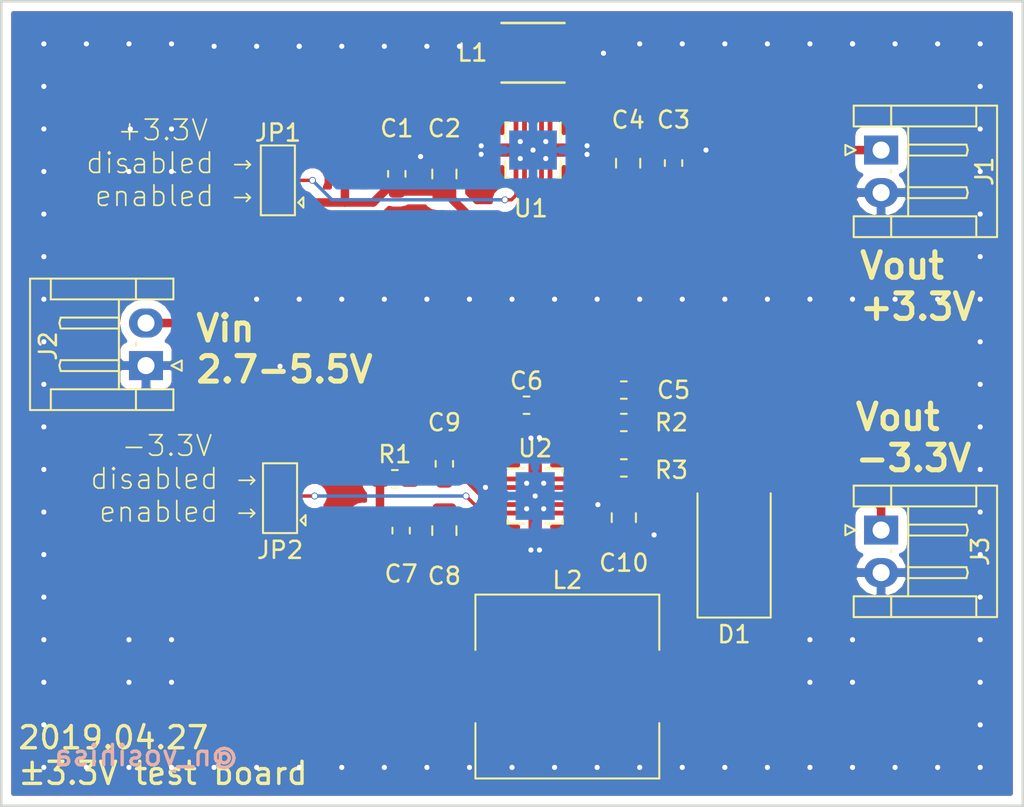
<source format=kicad_pcb>
(kicad_pcb (version 20171130) (host pcbnew "(5.0.0)")

  (general
    (thickness 1.6)
    (drawings 11)
    (tracks 371)
    (zones 0)
    (modules 23)
    (nets 14)
  )

  (page A4)
  (layers
    (0 F.Cu signal)
    (31 B.Cu signal)
    (32 B.Adhes user)
    (33 F.Adhes user)
    (34 B.Paste user)
    (35 F.Paste user)
    (36 B.SilkS user)
    (37 F.SilkS user)
    (38 B.Mask user)
    (39 F.Mask user)
    (40 Dwgs.User user)
    (41 Cmts.User user)
    (42 Eco1.User user)
    (43 Eco2.User user)
    (44 Edge.Cuts user)
    (45 Margin user)
    (46 B.CrtYd user)
    (47 F.CrtYd user)
    (48 B.Fab user)
    (49 F.Fab user hide)
  )

  (setup
    (last_trace_width 0.25)
    (user_trace_width 0.2)
    (user_trace_width 0.5)
    (trace_clearance 0.2)
    (zone_clearance 0.508)
    (zone_45_only no)
    (trace_min 0.1524)
    (segment_width 0.2)
    (edge_width 0.15)
    (via_size 0.8)
    (via_drill 0.4)
    (via_min_size 0.4)
    (via_min_drill 0.3)
    (user_via 0.4 0.3)
    (user_via 0.4 0.3)
    (uvia_size 0.3)
    (uvia_drill 0.1)
    (uvias_allowed no)
    (uvia_min_size 0.3)
    (uvia_min_drill 0.1)
    (pcb_text_width 0.3)
    (pcb_text_size 1.5 1.5)
    (mod_edge_width 0.15)
    (mod_text_size 1 1)
    (mod_text_width 0.15)
    (pad_size 1.524 1.524)
    (pad_drill 0.762)
    (pad_to_mask_clearance 0)
    (aux_axis_origin 0 0)
    (visible_elements 7FFFFFFF)
    (pcbplotparams
      (layerselection 0x010f0_ffffffff)
      (usegerberextensions true)
      (usegerberattributes false)
      (usegerberadvancedattributes false)
      (creategerberjobfile false)
      (excludeedgelayer true)
      (linewidth 0.100000)
      (plotframeref false)
      (viasonmask false)
      (mode 1)
      (useauxorigin false)
      (hpglpennumber 1)
      (hpglpenspeed 20)
      (hpglpendiameter 15.000000)
      (psnegative false)
      (psa4output false)
      (plotreference true)
      (plotvalue true)
      (plotinvisibletext false)
      (padsonsilk false)
      (subtractmaskfromsilk false)
      (outputformat 1)
      (mirror false)
      (drillshape 0)
      (scaleselection 1)
      (outputdirectory "Gerber/"))
  )

  (net 0 "")
  (net 1 "Net-(D1-Pad1)")
  (net 2 GND)
  (net 3 "Net-(L1-Pad2)")
  (net 4 "Net-(L1-Pad1)")
  (net 5 "Net-(R2-Pad2)")
  (net 6 -3V3)
  (net 7 "Net-(C5-Pad2)")
  (net 8 +BATT)
  (net 9 "Net-(C9-Pad1)")
  (net 10 "Net-(C6-Pad1)")
  (net 11 "Net-(JP2-Pad2)")
  (net 12 +3V3)
  (net 13 "Net-(JP1-Pad2)")

  (net_class Default "これはデフォルトのネット クラスです。"
    (clearance 0.2)
    (trace_width 0.25)
    (via_dia 0.8)
    (via_drill 0.4)
    (uvia_dia 0.3)
    (uvia_drill 0.1)
    (add_net +3V3)
    (add_net +BATT)
    (add_net -3V3)
    (add_net GND)
    (add_net "Net-(C5-Pad2)")
    (add_net "Net-(C6-Pad1)")
    (add_net "Net-(C9-Pad1)")
    (add_net "Net-(D1-Pad1)")
    (add_net "Net-(JP1-Pad2)")
    (add_net "Net-(JP2-Pad2)")
    (add_net "Net-(L1-Pad1)")
    (add_net "Net-(L1-Pad2)")
    (add_net "Net-(R2-Pad2)")
  )

  (module Inductor_SMD:L_Wuerth_HCI-1030 (layer F.Cu) (tedit 5990349D) (tstamp 5CDC01C4)
    (at 88.25 110.25 180)
    (descr "Inductor, Wuerth Elektronik, Wuerth_HCI-1030, 10.6mmx10.6mm")
    (tags "inductor Wuerth hci smd")
    (path /5C1C03D4)
    (attr smd)
    (fp_text reference L2 (at 0 6.25 180) (layer F.SilkS)
      (effects (font (size 1 1) (thickness 0.15)))
    )
    (fp_text value 4.7u (at 0 6.8 180) (layer F.Fab)
      (effects (font (size 1 1) (thickness 0.15)))
    )
    (fp_text user %R (at 0 0 180) (layer F.Fab)
      (effects (font (size 1 1) (thickness 0.15)))
    )
    (fp_line (start -5.3 -5.3) (end -5.3 5.3) (layer F.Fab) (width 0.1))
    (fp_line (start -5.3 5.3) (end 5.3 5.3) (layer F.Fab) (width 0.1))
    (fp_line (start 5.3 5.3) (end 5.3 -5.3) (layer F.Fab) (width 0.1))
    (fp_line (start 5.3 -5.3) (end -5.3 -5.3) (layer F.Fab) (width 0.1))
    (fp_line (start -6 -5.55) (end -6 5.55) (layer F.CrtYd) (width 0.05))
    (fp_line (start -6 5.55) (end 6 5.55) (layer F.CrtYd) (width 0.05))
    (fp_line (start 6 5.55) (end 6 -5.55) (layer F.CrtYd) (width 0.05))
    (fp_line (start 6 -5.55) (end -6 -5.55) (layer F.CrtYd) (width 0.05))
    (fp_line (start -5.4 2.15) (end -5.4 5.4) (layer F.SilkS) (width 0.12))
    (fp_line (start -5.4 5.4) (end 5.4 5.4) (layer F.SilkS) (width 0.12))
    (fp_line (start 5.4 5.4) (end 5.4 2.15) (layer F.SilkS) (width 0.12))
    (fp_line (start -5.4 -2.15) (end -5.4 -5.4) (layer F.SilkS) (width 0.12))
    (fp_line (start -5.4 -5.4) (end 5.4 -5.4) (layer F.SilkS) (width 0.12))
    (fp_line (start 5.4 -5.4) (end 5.4 -2.15) (layer F.SilkS) (width 0.12))
    (pad 1 smd rect (at -3.85 0 180) (size 3.8 3.5) (layers F.Cu F.Paste F.Mask)
      (net 1 "Net-(D1-Pad1)"))
    (pad 2 smd rect (at 3.85 0 180) (size 3.8 3.5) (layers F.Cu F.Paste F.Mask)
      (net 2 GND))
    (model ${KISYS3DMOD}/Inductor_SMD.3dshapes/L_Wuerth_HCI-1030.wrl
      (at (xyz 0 0 0))
      (scale (xyz 1 1 1))
      (rotate (xyz 0 0 0))
    )
  )

  (module Capacitor_SMD:C_0603_1608Metric_Pad1.05x0.95mm_HandSolder (layer F.Cu) (tedit 5B301BBE) (tstamp 5C26BC0D)
    (at 94.488 79.502 90)
    (descr "Capacitor SMD 0603 (1608 Metric), square (rectangular) end terminal, IPC_7351 nominal with elongated pad for handsoldering. (Body size source: http://www.tortai-tech.com/upload/download/2011102023233369053.pdf), generated with kicad-footprint-generator")
    (tags "capacitor handsolder")
    (path /5C1A7760)
    (attr smd)
    (fp_text reference C3 (at 2.54 0 180) (layer F.SilkS)
      (effects (font (size 1 1) (thickness 0.15)))
    )
    (fp_text value 0.1u (at 0 1.43 90) (layer F.Fab)
      (effects (font (size 1 1) (thickness 0.15)))
    )
    (fp_text user %R (at 0 0 90) (layer F.Fab)
      (effects (font (size 0.4 0.4) (thickness 0.06)))
    )
    (fp_line (start 1.65 0.73) (end -1.65 0.73) (layer F.CrtYd) (width 0.05))
    (fp_line (start 1.65 -0.73) (end 1.65 0.73) (layer F.CrtYd) (width 0.05))
    (fp_line (start -1.65 -0.73) (end 1.65 -0.73) (layer F.CrtYd) (width 0.05))
    (fp_line (start -1.65 0.73) (end -1.65 -0.73) (layer F.CrtYd) (width 0.05))
    (fp_line (start -0.171267 0.51) (end 0.171267 0.51) (layer F.SilkS) (width 0.12))
    (fp_line (start -0.171267 -0.51) (end 0.171267 -0.51) (layer F.SilkS) (width 0.12))
    (fp_line (start 0.8 0.4) (end -0.8 0.4) (layer F.Fab) (width 0.1))
    (fp_line (start 0.8 -0.4) (end 0.8 0.4) (layer F.Fab) (width 0.1))
    (fp_line (start -0.8 -0.4) (end 0.8 -0.4) (layer F.Fab) (width 0.1))
    (fp_line (start -0.8 0.4) (end -0.8 -0.4) (layer F.Fab) (width 0.1))
    (pad 2 smd roundrect (at 0.875 0 90) (size 1.05 0.95) (layers F.Cu F.Paste F.Mask) (roundrect_rratio 0.25)
      (net 2 GND))
    (pad 1 smd roundrect (at -0.875 0 90) (size 1.05 0.95) (layers F.Cu F.Paste F.Mask) (roundrect_rratio 0.25)
      (net 12 +3V3))
    (model ${KISYS3DMOD}/Capacitor_SMD.3dshapes/C_0603_1608Metric.wrl
      (at (xyz 0 0 0))
      (scale (xyz 1 1 1))
      (rotate (xyz 0 0 0))
    )
  )

  (module Capacitor_SMD:C_0603_1608Metric_Pad1.05x0.95mm_HandSolder (layer F.Cu) (tedit 5B301BBE) (tstamp 5C26BBFC)
    (at 91.567 92.837 180)
    (descr "Capacitor SMD 0603 (1608 Metric), square (rectangular) end terminal, IPC_7351 nominal with elongated pad for handsoldering. (Body size source: http://www.tortai-tech.com/upload/download/2011102023233369053.pdf), generated with kicad-footprint-generator")
    (tags "capacitor handsolder")
    (path /5C1B2A41)
    (attr smd)
    (fp_text reference C5 (at -2.921 0) (layer F.SilkS)
      (effects (font (size 1 1) (thickness 0.15)))
    )
    (fp_text value 0.22u (at 0 1.43 180) (layer F.Fab)
      (effects (font (size 1 1) (thickness 0.15)))
    )
    (fp_line (start -0.8 0.4) (end -0.8 -0.4) (layer F.Fab) (width 0.1))
    (fp_line (start -0.8 -0.4) (end 0.8 -0.4) (layer F.Fab) (width 0.1))
    (fp_line (start 0.8 -0.4) (end 0.8 0.4) (layer F.Fab) (width 0.1))
    (fp_line (start 0.8 0.4) (end -0.8 0.4) (layer F.Fab) (width 0.1))
    (fp_line (start -0.171267 -0.51) (end 0.171267 -0.51) (layer F.SilkS) (width 0.12))
    (fp_line (start -0.171267 0.51) (end 0.171267 0.51) (layer F.SilkS) (width 0.12))
    (fp_line (start -1.65 0.73) (end -1.65 -0.73) (layer F.CrtYd) (width 0.05))
    (fp_line (start -1.65 -0.73) (end 1.65 -0.73) (layer F.CrtYd) (width 0.05))
    (fp_line (start 1.65 -0.73) (end 1.65 0.73) (layer F.CrtYd) (width 0.05))
    (fp_line (start 1.65 0.73) (end -1.65 0.73) (layer F.CrtYd) (width 0.05))
    (fp_text user %R (at 0 0 180) (layer F.Fab)
      (effects (font (size 0.4 0.4) (thickness 0.06)))
    )
    (pad 1 smd roundrect (at -0.875 0 180) (size 1.05 0.95) (layers F.Cu F.Paste F.Mask) (roundrect_rratio 0.25)
      (net 2 GND))
    (pad 2 smd roundrect (at 0.875 0 180) (size 1.05 0.95) (layers F.Cu F.Paste F.Mask) (roundrect_rratio 0.25)
      (net 7 "Net-(C5-Pad2)"))
    (model ${KISYS3DMOD}/Capacitor_SMD.3dshapes/C_0603_1608Metric.wrl
      (at (xyz 0 0 0))
      (scale (xyz 1 1 1))
      (rotate (xyz 0 0 0))
    )
  )

  (module Capacitor_SMD:C_0603_1608Metric_Pad1.05x0.95mm_HandSolder (layer F.Cu) (tedit 5B301BBE) (tstamp 5C26BBEB)
    (at 85.852 93.726)
    (descr "Capacitor SMD 0603 (1608 Metric), square (rectangular) end terminal, IPC_7351 nominal with elongated pad for handsoldering. (Body size source: http://www.tortai-tech.com/upload/download/2011102023233369053.pdf), generated with kicad-footprint-generator")
    (tags "capacitor handsolder")
    (path /5C1C159C)
    (attr smd)
    (fp_text reference C6 (at 0 -1.43) (layer F.SilkS)
      (effects (font (size 1 1) (thickness 0.15)))
    )
    (fp_text value 4700p (at 0 1.43) (layer F.Fab)
      (effects (font (size 1 1) (thickness 0.15)))
    )
    (fp_text user %R (at 0 0) (layer F.Fab)
      (effects (font (size 0.4 0.4) (thickness 0.06)))
    )
    (fp_line (start 1.65 0.73) (end -1.65 0.73) (layer F.CrtYd) (width 0.05))
    (fp_line (start 1.65 -0.73) (end 1.65 0.73) (layer F.CrtYd) (width 0.05))
    (fp_line (start -1.65 -0.73) (end 1.65 -0.73) (layer F.CrtYd) (width 0.05))
    (fp_line (start -1.65 0.73) (end -1.65 -0.73) (layer F.CrtYd) (width 0.05))
    (fp_line (start -0.171267 0.51) (end 0.171267 0.51) (layer F.SilkS) (width 0.12))
    (fp_line (start -0.171267 -0.51) (end 0.171267 -0.51) (layer F.SilkS) (width 0.12))
    (fp_line (start 0.8 0.4) (end -0.8 0.4) (layer F.Fab) (width 0.1))
    (fp_line (start 0.8 -0.4) (end 0.8 0.4) (layer F.Fab) (width 0.1))
    (fp_line (start -0.8 -0.4) (end 0.8 -0.4) (layer F.Fab) (width 0.1))
    (fp_line (start -0.8 0.4) (end -0.8 -0.4) (layer F.Fab) (width 0.1))
    (pad 2 smd roundrect (at 0.875 0) (size 1.05 0.95) (layers F.Cu F.Paste F.Mask) (roundrect_rratio 0.25)
      (net 2 GND))
    (pad 1 smd roundrect (at -0.875 0) (size 1.05 0.95) (layers F.Cu F.Paste F.Mask) (roundrect_rratio 0.25)
      (net 10 "Net-(C6-Pad1)"))
    (model ${KISYS3DMOD}/Capacitor_SMD.3dshapes/C_0603_1608Metric.wrl
      (at (xyz 0 0 0))
      (scale (xyz 1 1 1))
      (rotate (xyz 0 0 0))
    )
  )

  (module Capacitor_SMD:C_0603_1608Metric_Pad1.05x0.95mm_HandSolder (layer F.Cu) (tedit 5B301BBE) (tstamp 5C26BBDA)
    (at 78.486 101.092 270)
    (descr "Capacitor SMD 0603 (1608 Metric), square (rectangular) end terminal, IPC_7351 nominal with elongated pad for handsoldering. (Body size source: http://www.tortai-tech.com/upload/download/2011102023233369053.pdf), generated with kicad-footprint-generator")
    (tags "capacitor handsolder")
    (path /5C1AA8A8)
    (attr smd)
    (fp_text reference C7 (at 2.54 0) (layer F.SilkS)
      (effects (font (size 1 1) (thickness 0.15)))
    )
    (fp_text value 0.1u (at 0 1.43 270) (layer F.Fab)
      (effects (font (size 1 1) (thickness 0.15)))
    )
    (fp_line (start -0.8 0.4) (end -0.8 -0.4) (layer F.Fab) (width 0.1))
    (fp_line (start -0.8 -0.4) (end 0.8 -0.4) (layer F.Fab) (width 0.1))
    (fp_line (start 0.8 -0.4) (end 0.8 0.4) (layer F.Fab) (width 0.1))
    (fp_line (start 0.8 0.4) (end -0.8 0.4) (layer F.Fab) (width 0.1))
    (fp_line (start -0.171267 -0.51) (end 0.171267 -0.51) (layer F.SilkS) (width 0.12))
    (fp_line (start -0.171267 0.51) (end 0.171267 0.51) (layer F.SilkS) (width 0.12))
    (fp_line (start -1.65 0.73) (end -1.65 -0.73) (layer F.CrtYd) (width 0.05))
    (fp_line (start -1.65 -0.73) (end 1.65 -0.73) (layer F.CrtYd) (width 0.05))
    (fp_line (start 1.65 -0.73) (end 1.65 0.73) (layer F.CrtYd) (width 0.05))
    (fp_line (start 1.65 0.73) (end -1.65 0.73) (layer F.CrtYd) (width 0.05))
    (fp_text user %R (at 0 0 270) (layer F.Fab)
      (effects (font (size 0.4 0.4) (thickness 0.06)))
    )
    (pad 1 smd roundrect (at -0.875 0 270) (size 1.05 0.95) (layers F.Cu F.Paste F.Mask) (roundrect_rratio 0.25)
      (net 8 +BATT))
    (pad 2 smd roundrect (at 0.875 0 270) (size 1.05 0.95) (layers F.Cu F.Paste F.Mask) (roundrect_rratio 0.25)
      (net 2 GND))
    (model ${KISYS3DMOD}/Capacitor_SMD.3dshapes/C_0603_1608Metric.wrl
      (at (xyz 0 0 0))
      (scale (xyz 1 1 1))
      (rotate (xyz 0 0 0))
    )
  )

  (module Capacitor_SMD:C_0603_1608Metric_Pad1.05x0.95mm_HandSolder (layer F.Cu) (tedit 5B301BBE) (tstamp 5C26BBC9)
    (at 81.026 97.169 90)
    (descr "Capacitor SMD 0603 (1608 Metric), square (rectangular) end terminal, IPC_7351 nominal with elongated pad for handsoldering. (Body size source: http://www.tortai-tech.com/upload/download/2011102023233369053.pdf), generated with kicad-footprint-generator")
    (tags "capacitor handsolder")
    (path /5C1A984B)
    (attr smd)
    (fp_text reference C9 (at 2.427 0 180) (layer F.SilkS)
      (effects (font (size 1 1) (thickness 0.15)))
    )
    (fp_text value 0.1u (at 0 1.43 90) (layer F.Fab)
      (effects (font (size 1 1) (thickness 0.15)))
    )
    (fp_text user %R (at 0 0 90) (layer F.Fab)
      (effects (font (size 0.4 0.4) (thickness 0.06)))
    )
    (fp_line (start 1.65 0.73) (end -1.65 0.73) (layer F.CrtYd) (width 0.05))
    (fp_line (start 1.65 -0.73) (end 1.65 0.73) (layer F.CrtYd) (width 0.05))
    (fp_line (start -1.65 -0.73) (end 1.65 -0.73) (layer F.CrtYd) (width 0.05))
    (fp_line (start -1.65 0.73) (end -1.65 -0.73) (layer F.CrtYd) (width 0.05))
    (fp_line (start -0.171267 0.51) (end 0.171267 0.51) (layer F.SilkS) (width 0.12))
    (fp_line (start -0.171267 -0.51) (end 0.171267 -0.51) (layer F.SilkS) (width 0.12))
    (fp_line (start 0.8 0.4) (end -0.8 0.4) (layer F.Fab) (width 0.1))
    (fp_line (start 0.8 -0.4) (end 0.8 0.4) (layer F.Fab) (width 0.1))
    (fp_line (start -0.8 -0.4) (end 0.8 -0.4) (layer F.Fab) (width 0.1))
    (fp_line (start -0.8 0.4) (end -0.8 -0.4) (layer F.Fab) (width 0.1))
    (pad 2 smd roundrect (at 0.875 0 90) (size 1.05 0.95) (layers F.Cu F.Paste F.Mask) (roundrect_rratio 0.25)
      (net 2 GND))
    (pad 1 smd roundrect (at -0.875 0 90) (size 1.05 0.95) (layers F.Cu F.Paste F.Mask) (roundrect_rratio 0.25)
      (net 9 "Net-(C9-Pad1)"))
    (model ${KISYS3DMOD}/Capacitor_SMD.3dshapes/C_0603_1608Metric.wrl
      (at (xyz 0 0 0))
      (scale (xyz 1 1 1))
      (rotate (xyz 0 0 0))
    )
  )

  (module Capacitor_SMD:C_0603_1608Metric_Pad1.05x0.95mm_HandSolder (layer F.Cu) (tedit 5B301BBE) (tstamp 5C26BBB8)
    (at 78.232 80.137 90)
    (descr "Capacitor SMD 0603 (1608 Metric), square (rectangular) end terminal, IPC_7351 nominal with elongated pad for handsoldering. (Body size source: http://www.tortai-tech.com/upload/download/2011102023233369053.pdf), generated with kicad-footprint-generator")
    (tags "capacitor handsolder")
    (path /5C1A67EA)
    (attr smd)
    (fp_text reference C1 (at 2.667 0 180) (layer F.SilkS)
      (effects (font (size 1 1) (thickness 0.15)))
    )
    (fp_text value 0.1u (at 0 1.43 90) (layer F.Fab)
      (effects (font (size 1 1) (thickness 0.15)))
    )
    (fp_line (start -0.8 0.4) (end -0.8 -0.4) (layer F.Fab) (width 0.1))
    (fp_line (start -0.8 -0.4) (end 0.8 -0.4) (layer F.Fab) (width 0.1))
    (fp_line (start 0.8 -0.4) (end 0.8 0.4) (layer F.Fab) (width 0.1))
    (fp_line (start 0.8 0.4) (end -0.8 0.4) (layer F.Fab) (width 0.1))
    (fp_line (start -0.171267 -0.51) (end 0.171267 -0.51) (layer F.SilkS) (width 0.12))
    (fp_line (start -0.171267 0.51) (end 0.171267 0.51) (layer F.SilkS) (width 0.12))
    (fp_line (start -1.65 0.73) (end -1.65 -0.73) (layer F.CrtYd) (width 0.05))
    (fp_line (start -1.65 -0.73) (end 1.65 -0.73) (layer F.CrtYd) (width 0.05))
    (fp_line (start 1.65 -0.73) (end 1.65 0.73) (layer F.CrtYd) (width 0.05))
    (fp_line (start 1.65 0.73) (end -1.65 0.73) (layer F.CrtYd) (width 0.05))
    (fp_text user %R (at 0 0 90) (layer F.Fab)
      (effects (font (size 0.4 0.4) (thickness 0.06)))
    )
    (pad 1 smd roundrect (at -0.875 0 90) (size 1.05 0.95) (layers F.Cu F.Paste F.Mask) (roundrect_rratio 0.25)
      (net 8 +BATT))
    (pad 2 smd roundrect (at 0.875 0 90) (size 1.05 0.95) (layers F.Cu F.Paste F.Mask) (roundrect_rratio 0.25)
      (net 2 GND))
    (model ${KISYS3DMOD}/Capacitor_SMD.3dshapes/C_0603_1608Metric.wrl
      (at (xyz 0 0 0))
      (scale (xyz 1 1 1))
      (rotate (xyz 0 0 0))
    )
  )

  (module Capacitor_SMD:C_0805_2012Metric_Pad1.15x1.40mm_HandSolder (layer F.Cu) (tedit 5B36C52B) (tstamp 5C26BBA7)
    (at 81.026 80.146 90)
    (descr "Capacitor SMD 0805 (2012 Metric), square (rectangular) end terminal, IPC_7351 nominal with elongated pad for handsoldering. (Body size source: https://docs.google.com/spreadsheets/d/1BsfQQcO9C6DZCsRaXUlFlo91Tg2WpOkGARC1WS5S8t0/edit?usp=sharing), generated with kicad-footprint-generator")
    (tags "capacitor handsolder")
    (path /5C1A6767)
    (attr smd)
    (fp_text reference C2 (at 2.676 0 180) (layer F.SilkS)
      (effects (font (size 1 1) (thickness 0.15)))
    )
    (fp_text value 10u (at 0 1.65 90) (layer F.Fab)
      (effects (font (size 1 1) (thickness 0.15)))
    )
    (fp_text user %R (at 0 0 90) (layer F.Fab)
      (effects (font (size 0.5 0.5) (thickness 0.08)))
    )
    (fp_line (start 1.85 0.95) (end -1.85 0.95) (layer F.CrtYd) (width 0.05))
    (fp_line (start 1.85 -0.95) (end 1.85 0.95) (layer F.CrtYd) (width 0.05))
    (fp_line (start -1.85 -0.95) (end 1.85 -0.95) (layer F.CrtYd) (width 0.05))
    (fp_line (start -1.85 0.95) (end -1.85 -0.95) (layer F.CrtYd) (width 0.05))
    (fp_line (start -0.261252 0.71) (end 0.261252 0.71) (layer F.SilkS) (width 0.12))
    (fp_line (start -0.261252 -0.71) (end 0.261252 -0.71) (layer F.SilkS) (width 0.12))
    (fp_line (start 1 0.6) (end -1 0.6) (layer F.Fab) (width 0.1))
    (fp_line (start 1 -0.6) (end 1 0.6) (layer F.Fab) (width 0.1))
    (fp_line (start -1 -0.6) (end 1 -0.6) (layer F.Fab) (width 0.1))
    (fp_line (start -1 0.6) (end -1 -0.6) (layer F.Fab) (width 0.1))
    (pad 2 smd roundrect (at 1.025 0 90) (size 1.15 1.4) (layers F.Cu F.Paste F.Mask) (roundrect_rratio 0.217391)
      (net 2 GND))
    (pad 1 smd roundrect (at -1.025 0 90) (size 1.15 1.4) (layers F.Cu F.Paste F.Mask) (roundrect_rratio 0.217391)
      (net 8 +BATT))
    (model ${KISYS3DMOD}/Capacitor_SMD.3dshapes/C_0805_2012Metric.wrl
      (at (xyz 0 0 0))
      (scale (xyz 1 1 1))
      (rotate (xyz 0 0 0))
    )
  )

  (module Capacitor_SMD:C_0805_2012Metric_Pad1.15x1.40mm_HandSolder (layer F.Cu) (tedit 5B36C52B) (tstamp 5C26BB96)
    (at 91.821 79.511 90)
    (descr "Capacitor SMD 0805 (2012 Metric), square (rectangular) end terminal, IPC_7351 nominal with elongated pad for handsoldering. (Body size source: https://docs.google.com/spreadsheets/d/1BsfQQcO9C6DZCsRaXUlFlo91Tg2WpOkGARC1WS5S8t0/edit?usp=sharing), generated with kicad-footprint-generator")
    (tags "capacitor handsolder")
    (path /5C1A7759)
    (attr smd)
    (fp_text reference C4 (at 2.54 0 180) (layer F.SilkS)
      (effects (font (size 1 1) (thickness 0.15)))
    )
    (fp_text value 10u (at 0 1.65 90) (layer F.Fab)
      (effects (font (size 1 1) (thickness 0.15)))
    )
    (fp_line (start -1 0.6) (end -1 -0.6) (layer F.Fab) (width 0.1))
    (fp_line (start -1 -0.6) (end 1 -0.6) (layer F.Fab) (width 0.1))
    (fp_line (start 1 -0.6) (end 1 0.6) (layer F.Fab) (width 0.1))
    (fp_line (start 1 0.6) (end -1 0.6) (layer F.Fab) (width 0.1))
    (fp_line (start -0.261252 -0.71) (end 0.261252 -0.71) (layer F.SilkS) (width 0.12))
    (fp_line (start -0.261252 0.71) (end 0.261252 0.71) (layer F.SilkS) (width 0.12))
    (fp_line (start -1.85 0.95) (end -1.85 -0.95) (layer F.CrtYd) (width 0.05))
    (fp_line (start -1.85 -0.95) (end 1.85 -0.95) (layer F.CrtYd) (width 0.05))
    (fp_line (start 1.85 -0.95) (end 1.85 0.95) (layer F.CrtYd) (width 0.05))
    (fp_line (start 1.85 0.95) (end -1.85 0.95) (layer F.CrtYd) (width 0.05))
    (fp_text user %R (at 0 0 90) (layer F.Fab)
      (effects (font (size 0.5 0.5) (thickness 0.08)))
    )
    (pad 1 smd roundrect (at -1.025 0 90) (size 1.15 1.4) (layers F.Cu F.Paste F.Mask) (roundrect_rratio 0.217391)
      (net 12 +3V3))
    (pad 2 smd roundrect (at 1.025 0 90) (size 1.15 1.4) (layers F.Cu F.Paste F.Mask) (roundrect_rratio 0.217391)
      (net 2 GND))
    (model ${KISYS3DMOD}/Capacitor_SMD.3dshapes/C_0805_2012Metric.wrl
      (at (xyz 0 0 0))
      (scale (xyz 1 1 1))
      (rotate (xyz 0 0 0))
    )
  )

  (module Capacitor_SMD:C_0805_2012Metric_Pad1.15x1.40mm_HandSolder (layer F.Cu) (tedit 5B36C52B) (tstamp 5C26BB85)
    (at 81.026 101.092 270)
    (descr "Capacitor SMD 0805 (2012 Metric), square (rectangular) end terminal, IPC_7351 nominal with elongated pad for handsoldering. (Body size source: https://docs.google.com/spreadsheets/d/1BsfQQcO9C6DZCsRaXUlFlo91Tg2WpOkGARC1WS5S8t0/edit?usp=sharing), generated with kicad-footprint-generator")
    (tags "capacitor handsolder")
    (path /5C1AA8A1)
    (attr smd)
    (fp_text reference C8 (at 2.667 0) (layer F.SilkS)
      (effects (font (size 1 1) (thickness 0.15)))
    )
    (fp_text value 10u (at 0 1.65 270) (layer F.Fab)
      (effects (font (size 1 1) (thickness 0.15)))
    )
    (fp_text user %R (at 0 0 270) (layer F.Fab)
      (effects (font (size 0.5 0.5) (thickness 0.08)))
    )
    (fp_line (start 1.85 0.95) (end -1.85 0.95) (layer F.CrtYd) (width 0.05))
    (fp_line (start 1.85 -0.95) (end 1.85 0.95) (layer F.CrtYd) (width 0.05))
    (fp_line (start -1.85 -0.95) (end 1.85 -0.95) (layer F.CrtYd) (width 0.05))
    (fp_line (start -1.85 0.95) (end -1.85 -0.95) (layer F.CrtYd) (width 0.05))
    (fp_line (start -0.261252 0.71) (end 0.261252 0.71) (layer F.SilkS) (width 0.12))
    (fp_line (start -0.261252 -0.71) (end 0.261252 -0.71) (layer F.SilkS) (width 0.12))
    (fp_line (start 1 0.6) (end -1 0.6) (layer F.Fab) (width 0.1))
    (fp_line (start 1 -0.6) (end 1 0.6) (layer F.Fab) (width 0.1))
    (fp_line (start -1 -0.6) (end 1 -0.6) (layer F.Fab) (width 0.1))
    (fp_line (start -1 0.6) (end -1 -0.6) (layer F.Fab) (width 0.1))
    (pad 2 smd roundrect (at 1.025 0 270) (size 1.15 1.4) (layers F.Cu F.Paste F.Mask) (roundrect_rratio 0.217391)
      (net 2 GND))
    (pad 1 smd roundrect (at -1.025 0 270) (size 1.15 1.4) (layers F.Cu F.Paste F.Mask) (roundrect_rratio 0.217391)
      (net 8 +BATT))
    (model ${KISYS3DMOD}/Capacitor_SMD.3dshapes/C_0805_2012Metric.wrl
      (at (xyz 0 0 0))
      (scale (xyz 1 1 1))
      (rotate (xyz 0 0 0))
    )
  )

  (module Capacitor_SMD:C_0805_2012Metric_Pad1.15x1.40mm_HandSolder (layer F.Cu) (tedit 5B36C52B) (tstamp 5C26BB74)
    (at 91.567 100.33 270)
    (descr "Capacitor SMD 0805 (2012 Metric), square (rectangular) end terminal, IPC_7351 nominal with elongated pad for handsoldering. (Body size source: https://docs.google.com/spreadsheets/d/1BsfQQcO9C6DZCsRaXUlFlo91Tg2WpOkGARC1WS5S8t0/edit?usp=sharing), generated with kicad-footprint-generator")
    (tags "capacitor handsolder")
    (path /5C1E3EA6)
    (attr smd)
    (fp_text reference C10 (at 2.658 0) (layer F.SilkS)
      (effects (font (size 1 1) (thickness 0.15)))
    )
    (fp_text value 22u (at 0 1.65 270) (layer F.Fab)
      (effects (font (size 1 1) (thickness 0.15)))
    )
    (fp_line (start -1 0.6) (end -1 -0.6) (layer F.Fab) (width 0.1))
    (fp_line (start -1 -0.6) (end 1 -0.6) (layer F.Fab) (width 0.1))
    (fp_line (start 1 -0.6) (end 1 0.6) (layer F.Fab) (width 0.1))
    (fp_line (start 1 0.6) (end -1 0.6) (layer F.Fab) (width 0.1))
    (fp_line (start -0.261252 -0.71) (end 0.261252 -0.71) (layer F.SilkS) (width 0.12))
    (fp_line (start -0.261252 0.71) (end 0.261252 0.71) (layer F.SilkS) (width 0.12))
    (fp_line (start -1.85 0.95) (end -1.85 -0.95) (layer F.CrtYd) (width 0.05))
    (fp_line (start -1.85 -0.95) (end 1.85 -0.95) (layer F.CrtYd) (width 0.05))
    (fp_line (start 1.85 -0.95) (end 1.85 0.95) (layer F.CrtYd) (width 0.05))
    (fp_line (start 1.85 0.95) (end -1.85 0.95) (layer F.CrtYd) (width 0.05))
    (fp_text user %R (at 0 0 270) (layer F.Fab)
      (effects (font (size 0.5 0.5) (thickness 0.08)))
    )
    (pad 1 smd roundrect (at -1.025 0 270) (size 1.15 1.4) (layers F.Cu F.Paste F.Mask) (roundrect_rratio 0.217391)
      (net 6 -3V3))
    (pad 2 smd roundrect (at 1.025 0 270) (size 1.15 1.4) (layers F.Cu F.Paste F.Mask) (roundrect_rratio 0.217391)
      (net 2 GND))
    (model ${KISYS3DMOD}/Capacitor_SMD.3dshapes/C_0805_2012Metric.wrl
      (at (xyz 0 0 0))
      (scale (xyz 1 1 1))
      (rotate (xyz 0 0 0))
    )
  )

  (module Connector_JST:JST_EH_S02B-EH_1x02_P2.50mm_Horizontal (layer F.Cu) (tedit 5A0EBB2C) (tstamp 5C26BB63)
    (at 106.68 101.06 270)
    (descr "JST EH series connector, S02B-EH (http://www.jst-mfg.com/product/pdf/eng/eEH.pdf), generated with kicad-footprint-generator")
    (tags "connector JST EH top entry")
    (path /5C1A62FF)
    (fp_text reference J3 (at 1.25 -5.82 270) (layer F.SilkS)
      (effects (font (size 1 1) (thickness 0.15)))
    )
    (fp_text value -3.3V (at 1.25 2.7 270) (layer F.Fab)
      (effects (font (size 1 1) (thickness 0.15)))
    )
    (fp_line (start -1.5 -0.7) (end -1.5 1.5) (layer F.Fab) (width 0.1))
    (fp_line (start -1.5 1.5) (end -2.5 1.5) (layer F.Fab) (width 0.1))
    (fp_line (start -2.5 1.5) (end -2.5 -6.7) (layer F.Fab) (width 0.1))
    (fp_line (start -2.5 -6.7) (end 5 -6.7) (layer F.Fab) (width 0.1))
    (fp_line (start 5 -6.7) (end 5 1.5) (layer F.Fab) (width 0.1))
    (fp_line (start 5 1.5) (end 4 1.5) (layer F.Fab) (width 0.1))
    (fp_line (start 4 1.5) (end 4 -0.7) (layer F.Fab) (width 0.1))
    (fp_line (start 4 -0.7) (end -1.5 -0.7) (layer F.Fab) (width 0.1))
    (fp_line (start -3 -7.2) (end -3 2) (layer F.CrtYd) (width 0.05))
    (fp_line (start -3 2) (end 5.5 2) (layer F.CrtYd) (width 0.05))
    (fp_line (start 5.5 2) (end 5.5 -7.2) (layer F.CrtYd) (width 0.05))
    (fp_line (start 5.5 -7.2) (end -3 -7.2) (layer F.CrtYd) (width 0.05))
    (fp_line (start -1.39 -0.59) (end -1.39 1.61) (layer F.SilkS) (width 0.12))
    (fp_line (start -1.39 1.61) (end -2.61 1.61) (layer F.SilkS) (width 0.12))
    (fp_line (start -2.61 1.61) (end -2.61 -6.81) (layer F.SilkS) (width 0.12))
    (fp_line (start -2.61 -6.81) (end 5.11 -6.81) (layer F.SilkS) (width 0.12))
    (fp_line (start 5.11 -6.81) (end 5.11 1.61) (layer F.SilkS) (width 0.12))
    (fp_line (start 5.11 1.61) (end 3.89 1.61) (layer F.SilkS) (width 0.12))
    (fp_line (start 3.89 1.61) (end 3.89 -0.59) (layer F.SilkS) (width 0.12))
    (fp_line (start -2.61 -5.59) (end -1.39 -5.59) (layer F.SilkS) (width 0.12))
    (fp_line (start -1.39 -5.59) (end -1.39 -0.59) (layer F.SilkS) (width 0.12))
    (fp_line (start -1.39 -0.59) (end -2.61 -0.59) (layer F.SilkS) (width 0.12))
    (fp_line (start 5.11 -5.59) (end 3.89 -5.59) (layer F.SilkS) (width 0.12))
    (fp_line (start 3.89 -5.59) (end 3.89 -0.59) (layer F.SilkS) (width 0.12))
    (fp_line (start 3.89 -0.59) (end 5.11 -0.59) (layer F.SilkS) (width 0.12))
    (fp_line (start -1.39 -1.59) (end 3.89 -1.59) (layer F.SilkS) (width 0.12))
    (fp_line (start 0 -1.59) (end -0.32 -1.59) (layer F.SilkS) (width 0.12))
    (fp_line (start -0.32 -1.59) (end -0.32 -5.01) (layer F.SilkS) (width 0.12))
    (fp_line (start -0.32 -5.01) (end 0 -5.09) (layer F.SilkS) (width 0.12))
    (fp_line (start 0 -5.09) (end 0.32 -5.01) (layer F.SilkS) (width 0.12))
    (fp_line (start 0.32 -5.01) (end 0.32 -1.59) (layer F.SilkS) (width 0.12))
    (fp_line (start 0.32 -1.59) (end 0 -1.59) (layer F.SilkS) (width 0.12))
    (fp_line (start 1.17 -0.59) (end 1.33 -0.59) (layer F.SilkS) (width 0.12))
    (fp_line (start 2.5 -1.59) (end 2.18 -1.59) (layer F.SilkS) (width 0.12))
    (fp_line (start 2.18 -1.59) (end 2.18 -5.01) (layer F.SilkS) (width 0.12))
    (fp_line (start 2.18 -5.01) (end 2.5 -5.09) (layer F.SilkS) (width 0.12))
    (fp_line (start 2.5 -5.09) (end 2.82 -5.01) (layer F.SilkS) (width 0.12))
    (fp_line (start 2.82 -5.01) (end 2.82 -1.59) (layer F.SilkS) (width 0.12))
    (fp_line (start 2.82 -1.59) (end 2.5 -1.59) (layer F.SilkS) (width 0.12))
    (fp_line (start 0 1.5) (end -0.3 2.1) (layer F.SilkS) (width 0.12))
    (fp_line (start -0.3 2.1) (end 0.3 2.1) (layer F.SilkS) (width 0.12))
    (fp_line (start 0.3 2.1) (end 0 1.5) (layer F.SilkS) (width 0.12))
    (fp_line (start -0.5 -0.7) (end 0 -1.407107) (layer F.Fab) (width 0.1))
    (fp_line (start 0 -1.407107) (end 0.5 -0.7) (layer F.Fab) (width 0.1))
    (fp_text user %R (at 1.25 -2.6 270) (layer F.Fab)
      (effects (font (size 1 1) (thickness 0.15)))
    )
    (pad 1 thru_hole rect (at 0 0 270) (size 1.7 2) (drill 1) (layers *.Cu *.Mask)
      (net 6 -3V3))
    (pad 2 thru_hole oval (at 2.5 0 270) (size 1.7 2) (drill 1) (layers *.Cu *.Mask)
      (net 2 GND))
    (model ${KISYS3DMOD}/Connector_JST.3dshapes/JST_EH_S02B-EH_1x02_P2.50mm_Horizontal.wrl
      (at (xyz 0 0 0))
      (scale (xyz 1 1 1))
      (rotate (xyz 0 0 0))
    )
  )

  (module Connector_JST:JST_EH_S02B-EH_1x02_P2.50mm_Horizontal (layer F.Cu) (tedit 5A0EBB2C) (tstamp 5C26BEC9)
    (at 106.68 78.74 270)
    (descr "JST EH series connector, S02B-EH (http://www.jst-mfg.com/product/pdf/eng/eEH.pdf), generated with kicad-footprint-generator")
    (tags "connector JST EH top entry")
    (path /5C1A6294)
    (fp_text reference J1 (at 1.25 -6.07 270) (layer F.SilkS)
      (effects (font (size 1 1) (thickness 0.15)))
    )
    (fp_text value +3.3V (at 1.25 2.7 270) (layer F.Fab)
      (effects (font (size 1 1) (thickness 0.15)))
    )
    (fp_text user %R (at 1.25 -2.6 270) (layer F.Fab)
      (effects (font (size 1 1) (thickness 0.15)))
    )
    (fp_line (start 0 -1.407107) (end 0.5 -0.7) (layer F.Fab) (width 0.1))
    (fp_line (start -0.5 -0.7) (end 0 -1.407107) (layer F.Fab) (width 0.1))
    (fp_line (start 0.3 2.1) (end 0 1.5) (layer F.SilkS) (width 0.12))
    (fp_line (start -0.3 2.1) (end 0.3 2.1) (layer F.SilkS) (width 0.12))
    (fp_line (start 0 1.5) (end -0.3 2.1) (layer F.SilkS) (width 0.12))
    (fp_line (start 2.82 -1.59) (end 2.5 -1.59) (layer F.SilkS) (width 0.12))
    (fp_line (start 2.82 -5.01) (end 2.82 -1.59) (layer F.SilkS) (width 0.12))
    (fp_line (start 2.5 -5.09) (end 2.82 -5.01) (layer F.SilkS) (width 0.12))
    (fp_line (start 2.18 -5.01) (end 2.5 -5.09) (layer F.SilkS) (width 0.12))
    (fp_line (start 2.18 -1.59) (end 2.18 -5.01) (layer F.SilkS) (width 0.12))
    (fp_line (start 2.5 -1.59) (end 2.18 -1.59) (layer F.SilkS) (width 0.12))
    (fp_line (start 1.17 -0.59) (end 1.33 -0.59) (layer F.SilkS) (width 0.12))
    (fp_line (start 0.32 -1.59) (end 0 -1.59) (layer F.SilkS) (width 0.12))
    (fp_line (start 0.32 -5.01) (end 0.32 -1.59) (layer F.SilkS) (width 0.12))
    (fp_line (start 0 -5.09) (end 0.32 -5.01) (layer F.SilkS) (width 0.12))
    (fp_line (start -0.32 -5.01) (end 0 -5.09) (layer F.SilkS) (width 0.12))
    (fp_line (start -0.32 -1.59) (end -0.32 -5.01) (layer F.SilkS) (width 0.12))
    (fp_line (start 0 -1.59) (end -0.32 -1.59) (layer F.SilkS) (width 0.12))
    (fp_line (start -1.39 -1.59) (end 3.89 -1.59) (layer F.SilkS) (width 0.12))
    (fp_line (start 3.89 -0.59) (end 5.11 -0.59) (layer F.SilkS) (width 0.12))
    (fp_line (start 3.89 -5.59) (end 3.89 -0.59) (layer F.SilkS) (width 0.12))
    (fp_line (start 5.11 -5.59) (end 3.89 -5.59) (layer F.SilkS) (width 0.12))
    (fp_line (start -1.39 -0.59) (end -2.61 -0.59) (layer F.SilkS) (width 0.12))
    (fp_line (start -1.39 -5.59) (end -1.39 -0.59) (layer F.SilkS) (width 0.12))
    (fp_line (start -2.61 -5.59) (end -1.39 -5.59) (layer F.SilkS) (width 0.12))
    (fp_line (start 3.89 1.61) (end 3.89 -0.59) (layer F.SilkS) (width 0.12))
    (fp_line (start 5.11 1.61) (end 3.89 1.61) (layer F.SilkS) (width 0.12))
    (fp_line (start 5.11 -6.81) (end 5.11 1.61) (layer F.SilkS) (width 0.12))
    (fp_line (start -2.61 -6.81) (end 5.11 -6.81) (layer F.SilkS) (width 0.12))
    (fp_line (start -2.61 1.61) (end -2.61 -6.81) (layer F.SilkS) (width 0.12))
    (fp_line (start -1.39 1.61) (end -2.61 1.61) (layer F.SilkS) (width 0.12))
    (fp_line (start -1.39 -0.59) (end -1.39 1.61) (layer F.SilkS) (width 0.12))
    (fp_line (start 5.5 -7.2) (end -3 -7.2) (layer F.CrtYd) (width 0.05))
    (fp_line (start 5.5 2) (end 5.5 -7.2) (layer F.CrtYd) (width 0.05))
    (fp_line (start -3 2) (end 5.5 2) (layer F.CrtYd) (width 0.05))
    (fp_line (start -3 -7.2) (end -3 2) (layer F.CrtYd) (width 0.05))
    (fp_line (start 4 -0.7) (end -1.5 -0.7) (layer F.Fab) (width 0.1))
    (fp_line (start 4 1.5) (end 4 -0.7) (layer F.Fab) (width 0.1))
    (fp_line (start 5 1.5) (end 4 1.5) (layer F.Fab) (width 0.1))
    (fp_line (start 5 -6.7) (end 5 1.5) (layer F.Fab) (width 0.1))
    (fp_line (start -2.5 -6.7) (end 5 -6.7) (layer F.Fab) (width 0.1))
    (fp_line (start -2.5 1.5) (end -2.5 -6.7) (layer F.Fab) (width 0.1))
    (fp_line (start -1.5 1.5) (end -2.5 1.5) (layer F.Fab) (width 0.1))
    (fp_line (start -1.5 -0.7) (end -1.5 1.5) (layer F.Fab) (width 0.1))
    (pad 2 thru_hole oval (at 2.5 0 270) (size 1.7 2) (drill 1) (layers *.Cu *.Mask)
      (net 2 GND))
    (pad 1 thru_hole rect (at 0 0 270) (size 1.7 2) (drill 1) (layers *.Cu *.Mask)
      (net 12 +3V3))
    (model ${KISYS3DMOD}/Connector_JST.3dshapes/JST_EH_S02B-EH_1x02_P2.50mm_Horizontal.wrl
      (at (xyz 0 0 0))
      (scale (xyz 1 1 1))
      (rotate (xyz 0 0 0))
    )
  )

  (module Connector_JST:JST_EH_S02B-EH_1x02_P2.50mm_Horizontal (layer F.Cu) (tedit 5A0EBB2C) (tstamp 5C26BAFD)
    (at 63.5 91.4 90)
    (descr "JST EH series connector, S02B-EH (http://www.jst-mfg.com/product/pdf/eng/eEH.pdf), generated with kicad-footprint-generator")
    (tags "connector JST EH top entry")
    (path /5C1A5FF8)
    (fp_text reference J2 (at 1.15 -5.75 90) (layer F.SilkS)
      (effects (font (size 1 1) (thickness 0.15)))
    )
    (fp_text value Vin (at 1.25 2.7 90) (layer F.Fab)
      (effects (font (size 1 1) (thickness 0.15)))
    )
    (fp_line (start -1.5 -0.7) (end -1.5 1.5) (layer F.Fab) (width 0.1))
    (fp_line (start -1.5 1.5) (end -2.5 1.5) (layer F.Fab) (width 0.1))
    (fp_line (start -2.5 1.5) (end -2.5 -6.7) (layer F.Fab) (width 0.1))
    (fp_line (start -2.5 -6.7) (end 5 -6.7) (layer F.Fab) (width 0.1))
    (fp_line (start 5 -6.7) (end 5 1.5) (layer F.Fab) (width 0.1))
    (fp_line (start 5 1.5) (end 4 1.5) (layer F.Fab) (width 0.1))
    (fp_line (start 4 1.5) (end 4 -0.7) (layer F.Fab) (width 0.1))
    (fp_line (start 4 -0.7) (end -1.5 -0.7) (layer F.Fab) (width 0.1))
    (fp_line (start -3 -7.2) (end -3 2) (layer F.CrtYd) (width 0.05))
    (fp_line (start -3 2) (end 5.5 2) (layer F.CrtYd) (width 0.05))
    (fp_line (start 5.5 2) (end 5.5 -7.2) (layer F.CrtYd) (width 0.05))
    (fp_line (start 5.5 -7.2) (end -3 -7.2) (layer F.CrtYd) (width 0.05))
    (fp_line (start -1.39 -0.59) (end -1.39 1.61) (layer F.SilkS) (width 0.12))
    (fp_line (start -1.39 1.61) (end -2.61 1.61) (layer F.SilkS) (width 0.12))
    (fp_line (start -2.61 1.61) (end -2.61 -6.81) (layer F.SilkS) (width 0.12))
    (fp_line (start -2.61 -6.81) (end 5.11 -6.81) (layer F.SilkS) (width 0.12))
    (fp_line (start 5.11 -6.81) (end 5.11 1.61) (layer F.SilkS) (width 0.12))
    (fp_line (start 5.11 1.61) (end 3.89 1.61) (layer F.SilkS) (width 0.12))
    (fp_line (start 3.89 1.61) (end 3.89 -0.59) (layer F.SilkS) (width 0.12))
    (fp_line (start -2.61 -5.59) (end -1.39 -5.59) (layer F.SilkS) (width 0.12))
    (fp_line (start -1.39 -5.59) (end -1.39 -0.59) (layer F.SilkS) (width 0.12))
    (fp_line (start -1.39 -0.59) (end -2.61 -0.59) (layer F.SilkS) (width 0.12))
    (fp_line (start 5.11 -5.59) (end 3.89 -5.59) (layer F.SilkS) (width 0.12))
    (fp_line (start 3.89 -5.59) (end 3.89 -0.59) (layer F.SilkS) (width 0.12))
    (fp_line (start 3.89 -0.59) (end 5.11 -0.59) (layer F.SilkS) (width 0.12))
    (fp_line (start -1.39 -1.59) (end 3.89 -1.59) (layer F.SilkS) (width 0.12))
    (fp_line (start 0 -1.59) (end -0.32 -1.59) (layer F.SilkS) (width 0.12))
    (fp_line (start -0.32 -1.59) (end -0.32 -5.01) (layer F.SilkS) (width 0.12))
    (fp_line (start -0.32 -5.01) (end 0 -5.09) (layer F.SilkS) (width 0.12))
    (fp_line (start 0 -5.09) (end 0.32 -5.01) (layer F.SilkS) (width 0.12))
    (fp_line (start 0.32 -5.01) (end 0.32 -1.59) (layer F.SilkS) (width 0.12))
    (fp_line (start 0.32 -1.59) (end 0 -1.59) (layer F.SilkS) (width 0.12))
    (fp_line (start 1.17 -0.59) (end 1.33 -0.59) (layer F.SilkS) (width 0.12))
    (fp_line (start 2.5 -1.59) (end 2.18 -1.59) (layer F.SilkS) (width 0.12))
    (fp_line (start 2.18 -1.59) (end 2.18 -5.01) (layer F.SilkS) (width 0.12))
    (fp_line (start 2.18 -5.01) (end 2.5 -5.09) (layer F.SilkS) (width 0.12))
    (fp_line (start 2.5 -5.09) (end 2.82 -5.01) (layer F.SilkS) (width 0.12))
    (fp_line (start 2.82 -5.01) (end 2.82 -1.59) (layer F.SilkS) (width 0.12))
    (fp_line (start 2.82 -1.59) (end 2.5 -1.59) (layer F.SilkS) (width 0.12))
    (fp_line (start 0 1.5) (end -0.3 2.1) (layer F.SilkS) (width 0.12))
    (fp_line (start -0.3 2.1) (end 0.3 2.1) (layer F.SilkS) (width 0.12))
    (fp_line (start 0.3 2.1) (end 0 1.5) (layer F.SilkS) (width 0.12))
    (fp_line (start -0.5 -0.7) (end 0 -1.407107) (layer F.Fab) (width 0.1))
    (fp_line (start 0 -1.407107) (end 0.5 -0.7) (layer F.Fab) (width 0.1))
    (fp_text user %R (at 1.25 -2.6 90) (layer F.Fab)
      (effects (font (size 1 1) (thickness 0.15)))
    )
    (pad 1 thru_hole rect (at 0 0 90) (size 1.7 2) (drill 1) (layers *.Cu *.Mask)
      (net 2 GND))
    (pad 2 thru_hole oval (at 2.5 0 90) (size 1.7 2) (drill 1) (layers *.Cu *.Mask)
      (net 8 +BATT))
    (model ${KISYS3DMOD}/Connector_JST.3dshapes/JST_EH_S02B-EH_1x02_P2.50mm_Horizontal.wrl
      (at (xyz 0 0 0))
      (scale (xyz 1 1 1))
      (rotate (xyz 0 0 0))
    )
  )

  (module Diode_SMD:D_SMB_Handsoldering (layer F.Cu) (tedit 590B3D55) (tstamp 5C26BACA)
    (at 98.044 101.6 90)
    (descr "Diode SMB (DO-214AA) Handsoldering")
    (tags "Diode SMB (DO-214AA) Handsoldering")
    (path /5C1BD1AC)
    (attr smd)
    (fp_text reference D1 (at -5.588 0 180) (layer F.SilkS)
      (effects (font (size 1 1) (thickness 0.15)))
    )
    (fp_text value SL23-E3/52T (at 0 3 90) (layer F.Fab)
      (effects (font (size 1 1) (thickness 0.15)))
    )
    (fp_text user %R (at 0 -3 90) (layer F.Fab)
      (effects (font (size 1 1) (thickness 0.15)))
    )
    (fp_line (start -4.6 -2.15) (end -4.6 2.15) (layer F.SilkS) (width 0.12))
    (fp_line (start 2.3 2) (end -2.3 2) (layer F.Fab) (width 0.1))
    (fp_line (start -2.3 2) (end -2.3 -2) (layer F.Fab) (width 0.1))
    (fp_line (start 2.3 -2) (end 2.3 2) (layer F.Fab) (width 0.1))
    (fp_line (start 2.3 -2) (end -2.3 -2) (layer F.Fab) (width 0.1))
    (fp_line (start -4.7 -2.25) (end 4.7 -2.25) (layer F.CrtYd) (width 0.05))
    (fp_line (start 4.7 -2.25) (end 4.7 2.25) (layer F.CrtYd) (width 0.05))
    (fp_line (start 4.7 2.25) (end -4.7 2.25) (layer F.CrtYd) (width 0.05))
    (fp_line (start -4.7 2.25) (end -4.7 -2.25) (layer F.CrtYd) (width 0.05))
    (fp_line (start -0.64944 0.00102) (end -1.55114 0.00102) (layer F.Fab) (width 0.1))
    (fp_line (start 0.50118 0.00102) (end 1.4994 0.00102) (layer F.Fab) (width 0.1))
    (fp_line (start -0.64944 -0.79908) (end -0.64944 0.80112) (layer F.Fab) (width 0.1))
    (fp_line (start 0.50118 0.75032) (end 0.50118 -0.79908) (layer F.Fab) (width 0.1))
    (fp_line (start -0.64944 0.00102) (end 0.50118 0.75032) (layer F.Fab) (width 0.1))
    (fp_line (start -0.64944 0.00102) (end 0.50118 -0.79908) (layer F.Fab) (width 0.1))
    (fp_line (start -4.6 2.15) (end 2.7 2.15) (layer F.SilkS) (width 0.12))
    (fp_line (start -4.6 -2.15) (end 2.7 -2.15) (layer F.SilkS) (width 0.12))
    (pad 1 smd rect (at -2.7 0 90) (size 3.5 2.3) (layers F.Cu F.Paste F.Mask)
      (net 1 "Net-(D1-Pad1)"))
    (pad 2 smd rect (at 2.7 0 90) (size 3.5 2.3) (layers F.Cu F.Paste F.Mask)
      (net 6 -3V3))
    (model ${KISYS3DMOD}/Diode_SMD.3dshapes/D_SMB.wrl
      (at (xyz 0 0 0))
      (scale (xyz 1 1 1))
      (rotate (xyz 0 0 0))
    )
  )

  (module Jumper:SolderJumper-3_P1.3mm_Open_Pad1.0x1.5mm (layer F.Cu) (tedit 5A3F8BB2) (tstamp 5C26BAB2)
    (at 71.247 80.518 90)
    (descr "SMD Solder 3-pad Jumper, 1x1.5mm Pads, 0.3mm gap, open")
    (tags "solder jumper open")
    (path /5C1EDA86)
    (attr virtual)
    (fp_text reference JP1 (at 2.794 0 180) (layer F.SilkS)
      (effects (font (size 1 1) (thickness 0.15)))
    )
    (fp_text value EN (at 0 2 90) (layer F.Fab)
      (effects (font (size 1 1) (thickness 0.15)))
    )
    (fp_line (start 2.3 1.25) (end -2.3 1.25) (layer F.CrtYd) (width 0.05))
    (fp_line (start 2.3 1.25) (end 2.3 -1.25) (layer F.CrtYd) (width 0.05))
    (fp_line (start -2.3 -1.25) (end -2.3 1.25) (layer F.CrtYd) (width 0.05))
    (fp_line (start -2.3 -1.25) (end 2.3 -1.25) (layer F.CrtYd) (width 0.05))
    (fp_line (start -2.05 -1) (end 2.05 -1) (layer F.SilkS) (width 0.12))
    (fp_line (start 2.05 -1) (end 2.05 1) (layer F.SilkS) (width 0.12))
    (fp_line (start 2.05 1) (end -2.05 1) (layer F.SilkS) (width 0.12))
    (fp_line (start -2.05 1) (end -2.05 -1) (layer F.SilkS) (width 0.12))
    (fp_line (start -1.3 1.2) (end -1.6 1.5) (layer F.SilkS) (width 0.12))
    (fp_line (start -1.6 1.5) (end -1 1.5) (layer F.SilkS) (width 0.12))
    (fp_line (start -1.3 1.2) (end -1 1.5) (layer F.SilkS) (width 0.12))
    (pad 1 smd rect (at -1.3 0 90) (size 1 1.5) (layers F.Cu F.Mask)
      (net 8 +BATT))
    (pad 2 smd rect (at 0 0 90) (size 1 1.5) (layers F.Cu F.Mask)
      (net 13 "Net-(JP1-Pad2)"))
    (pad 3 smd rect (at 1.3 0 90) (size 1 1.5) (layers F.Cu F.Mask)
      (net 2 GND))
  )

  (module Jumper:SolderJumper-3_P1.3mm_Open_Pad1.0x1.5mm (layer F.Cu) (tedit 5A3F8BB2) (tstamp 5C26BAA0)
    (at 71.374 99.187 90)
    (descr "SMD Solder 3-pad Jumper, 1x1.5mm Pads, 0.3mm gap, open")
    (tags "solder jumper open")
    (path /5C1F0716)
    (attr virtual)
    (fp_text reference JP2 (at -3.048 0 180) (layer F.SilkS)
      (effects (font (size 1 1) (thickness 0.15)))
    )
    (fp_text value EN (at 0 2 90) (layer F.Fab)
      (effects (font (size 1 1) (thickness 0.15)))
    )
    (fp_line (start -1.3 1.2) (end -1 1.5) (layer F.SilkS) (width 0.12))
    (fp_line (start -1.6 1.5) (end -1 1.5) (layer F.SilkS) (width 0.12))
    (fp_line (start -1.3 1.2) (end -1.6 1.5) (layer F.SilkS) (width 0.12))
    (fp_line (start -2.05 1) (end -2.05 -1) (layer F.SilkS) (width 0.12))
    (fp_line (start 2.05 1) (end -2.05 1) (layer F.SilkS) (width 0.12))
    (fp_line (start 2.05 -1) (end 2.05 1) (layer F.SilkS) (width 0.12))
    (fp_line (start -2.05 -1) (end 2.05 -1) (layer F.SilkS) (width 0.12))
    (fp_line (start -2.3 -1.25) (end 2.3 -1.25) (layer F.CrtYd) (width 0.05))
    (fp_line (start -2.3 -1.25) (end -2.3 1.25) (layer F.CrtYd) (width 0.05))
    (fp_line (start 2.3 1.25) (end 2.3 -1.25) (layer F.CrtYd) (width 0.05))
    (fp_line (start 2.3 1.25) (end -2.3 1.25) (layer F.CrtYd) (width 0.05))
    (pad 3 smd rect (at 1.3 0 90) (size 1 1.5) (layers F.Cu F.Mask)
      (net 2 GND))
    (pad 2 smd rect (at 0 0 90) (size 1 1.5) (layers F.Cu F.Mask)
      (net 11 "Net-(JP2-Pad2)"))
    (pad 1 smd rect (at -1.3 0 90) (size 1 1.5) (layers F.Cu F.Mask)
      (net 8 +BATT))
  )

  (module Package_SON:Texas_S-PVSON-N10_ThermalVias (layer F.Cu) (tedit 5A8E06E8) (tstamp 5C26BA8E)
    (at 86.233 78.74 270)
    (descr "3x3mm Body, 0.5mm Pitch, S-PVSON-N10, DRC, http://www.ti.com/lit/ds/symlink/tps61201.pdf")
    (tags "0.5 S-PVSON-N10 DRC")
    (path /5C1A4FB4)
    (attr smd)
    (fp_text reference U1 (at 3.429 0.127) (layer F.SilkS)
      (effects (font (size 1 1) (thickness 0.15)))
    )
    (fp_text value TPS63000 (at 0 2.9 270) (layer F.Fab)
      (effects (font (size 1 1) (thickness 0.15)))
    )
    (fp_text user %R (at 0 0 270) (layer F.Fab)
      (effects (font (size 0.7 0.7) (thickness 0.1)))
    )
    (fp_line (start -1.625 1.625) (end -1.625 1.4) (layer F.SilkS) (width 0.12))
    (fp_line (start 1.625 1.4) (end 1.625 1.625) (layer F.SilkS) (width 0.12))
    (fp_line (start 1.625 -1.4) (end 1.625 -1.625) (layer F.SilkS) (width 0.12))
    (fp_line (start -1.625 1.625) (end -0.65 1.625) (layer F.SilkS) (width 0.12))
    (fp_line (start 0.65 -1.625) (end 1.625 -1.625) (layer F.SilkS) (width 0.12))
    (fp_line (start -1.625 -1.625) (end -0.65 -1.625) (layer F.SilkS) (width 0.12))
    (fp_line (start 0.65 1.625) (end 1.625 1.625) (layer F.SilkS) (width 0.12))
    (fp_line (start -2.15 2.15) (end 2.15 2.15) (layer F.CrtYd) (width 0.05))
    (fp_line (start -2.15 -2.15) (end 2.15 -2.15) (layer F.CrtYd) (width 0.05))
    (fp_line (start 2.15 -2.15) (end 2.15 2.15) (layer F.CrtYd) (width 0.05))
    (fp_line (start -2.15 -2.15) (end -2.15 2.15) (layer F.CrtYd) (width 0.05))
    (fp_line (start -0.775 -1.55) (end 1.55 -1.55) (layer F.Fab) (width 0.1))
    (fp_line (start 1.55 -1.55) (end 1.55 1.55) (layer F.Fab) (width 0.1))
    (fp_line (start 1.55 1.55) (end -1.55 1.55) (layer F.Fab) (width 0.1))
    (fp_line (start -1.55 1.55) (end -1.55 -0.775) (layer F.Fab) (width 0.1))
    (fp_line (start -0.775 -1.55) (end -1.55 -0.775) (layer F.Fab) (width 0.1))
    (pad 11 smd rect (at 0 0 270) (size 2.3 2.8) (layers B.Cu)
      (net 2 GND))
    (pad 11 thru_hole circle (at -0.5 0.75 270) (size 0.6 0.6) (drill 0.3) (layers *.Cu *.Mask)
      (net 2 GND))
    (pad 11 thru_hole circle (at -0.5 -0.75 270) (size 0.6 0.6) (drill 0.3) (layers *.Cu *.Mask)
      (net 2 GND))
    (pad 11 thru_hole circle (at 0.5 -0.75 270) (size 0.6 0.6) (drill 0.3) (layers *.Cu *.Mask)
      (net 2 GND))
    (pad 11 thru_hole circle (at 0 0 270) (size 0.6 0.6) (drill 0.3) (layers *.Cu *.Mask)
      (net 2 GND))
    (pad 11 thru_hole circle (at 0.5 0.75 270) (size 0.6 0.6) (drill 0.3) (layers *.Cu *.Mask)
      (net 2 GND))
    (pad 10 smd oval (at 1.475 -1 270) (size 0.85 0.28) (layers F.Cu F.Paste F.Mask)
      (net 12 +3V3) (solder_mask_margin 0.07) (solder_paste_margin -0.025))
    (pad 9 smd oval (at 1.475 -0.5 270) (size 0.85 0.28) (layers F.Cu F.Paste F.Mask)
      (net 2 GND) (solder_mask_margin 0.07) (solder_paste_margin -0.025))
    (pad 8 smd oval (at 1.475 0 270) (size 0.85 0.28) (layers F.Cu F.Paste F.Mask)
      (net 8 +BATT) (solder_mask_margin 0.07) (solder_paste_margin -0.025))
    (pad 7 smd rect (at 1.76 0.5 270) (size 0.28 0.28) (layers F.Cu F.Paste F.Mask)
      (net 8 +BATT) (solder_mask_margin 0.07) (solder_paste_margin -0.025))
    (pad 6 smd rect (at 1.76 1 270) (size 0.28 0.28) (layers F.Cu F.Paste F.Mask)
      (net 13 "Net-(JP1-Pad2)") (solder_mask_margin 0.07) (solder_paste_margin -0.025))
    (pad 5 smd oval (at -1.475 1 270) (size 0.85 0.28) (layers F.Cu F.Paste F.Mask)
      (net 8 +BATT) (solder_mask_margin 0.07) (solder_paste_margin -0.025))
    (pad 4 smd rect (at -1.76 0.5 270) (size 0.28 0.28) (layers F.Cu F.Paste F.Mask)
      (net 4 "Net-(L1-Pad1)") (solder_mask_margin 0.07) (solder_paste_margin -0.025))
    (pad 3 smd oval (at -1.475 0 270) (size 0.85 0.28) (layers F.Cu F.Paste F.Mask)
      (net 2 GND) (solder_mask_margin 0.07) (solder_paste_margin -0.025))
    (pad 2 smd rect (at -1.76 -0.5 270) (size 0.28 0.28) (layers F.Cu F.Paste F.Mask)
      (net 3 "Net-(L1-Pad2)") (solder_mask_margin 0.07) (solder_paste_margin -0.025))
    (pad 1 smd rect (at -1.76 -1 270) (size 0.28 0.28) (layers F.Cu F.Paste F.Mask)
      (net 12 +3V3) (solder_mask_margin 0.07) (solder_paste_margin -0.025))
    (pad 11 smd rect (at 0 0 270) (size 1.65 2.4) (layers F.Cu F.Mask)
      (net 2 GND))
    (pad 11 smd rect (at 0.45 0.635 270) (size 0.68 1.05) (layers F.Cu F.Paste F.Mask)
      (net 2 GND))
    (pad 11 smd rect (at -0.45 0.635 270) (size 0.68 1.05) (layers F.Cu F.Paste F.Mask)
      (net 2 GND))
    (pad 11 smd rect (at 0.45 -0.635 270) (size 0.68 1.05) (layers F.Cu F.Paste F.Mask)
      (net 2 GND))
    (pad 11 smd rect (at 0.25 1.63 270) (size 0.26 0.5) (layers F.Cu F.Paste F.Mask)
      (net 2 GND))
    (pad 11 smd rect (at -0.25 1.63 270) (size 0.26 0.5) (layers F.Cu F.Paste F.Mask)
      (net 2 GND))
    (pad 11 smd rect (at 0.25 -1.63 270) (size 0.26 0.5) (layers F.Cu F.Paste F.Mask)
      (net 2 GND))
    (pad 11 smd rect (at 0.25 1.55 270) (size 0.28 0.7) (layers F.Cu F.Mask)
      (net 2 GND))
    (pad 11 smd rect (at -0.25 1.55 270) (size 0.28 0.7) (layers F.Cu F.Mask)
      (net 2 GND))
    (pad 11 smd rect (at 0.25 -1.55 270) (size 0.28 0.7) (layers F.Cu F.Mask)
      (net 2 GND))
    (pad 11 smd rect (at -0.25 -1.63 270) (size 0.26 0.5) (layers F.Cu F.Paste F.Mask)
      (net 2 GND))
    (pad 11 smd rect (at -0.25 -1.55 270) (size 0.28 0.7) (layers F.Cu F.Mask)
      (net 2 GND))
    (pad 11 smd rect (at -0.45 -0.635 270) (size 0.68 1.05) (layers F.Cu F.Paste F.Mask)
      (net 2 GND))
    (pad 10 smd rect (at 1.76 -1 270) (size 0.28 0.28) (layers F.Cu F.Paste F.Mask)
      (net 12 +3V3) (solder_mask_margin 0.07) (solder_paste_margin -0.025))
    (pad 9 smd rect (at 1.76 -0.5 270) (size 0.28 0.28) (layers F.Cu F.Paste F.Mask)
      (net 2 GND) (solder_mask_margin 0.07) (solder_paste_margin -0.025))
    (pad 8 smd rect (at 1.76 0 270) (size 0.28 0.28) (layers F.Cu F.Paste F.Mask)
      (net 8 +BATT) (solder_mask_margin 0.07) (solder_paste_margin -0.025))
    (pad 7 smd oval (at 1.475 0.5 270) (size 0.85 0.28) (layers F.Cu F.Paste F.Mask)
      (net 8 +BATT) (solder_mask_margin 0.07) (solder_paste_margin -0.025))
    (pad 6 smd oval (at 1.475 1 270) (size 0.85 0.28) (layers F.Cu F.Paste F.Mask)
      (net 13 "Net-(JP1-Pad2)") (solder_mask_margin 0.07) (solder_paste_margin -0.025))
    (pad 5 smd rect (at -1.76 1 270) (size 0.28 0.28) (layers F.Cu F.Paste F.Mask)
      (net 8 +BATT) (solder_mask_margin 0.07) (solder_paste_margin -0.025))
    (pad 4 smd oval (at -1.475 0.5 270) (size 0.85 0.28) (layers F.Cu F.Paste F.Mask)
      (net 4 "Net-(L1-Pad1)") (solder_mask_margin 0.07) (solder_paste_margin -0.025))
    (pad 3 smd rect (at -1.76 0 270) (size 0.28 0.28) (layers F.Cu F.Paste F.Mask)
      (net 2 GND) (solder_mask_margin 0.07) (solder_paste_margin -0.025))
    (pad 2 smd oval (at -1.475 -0.5 270) (size 0.85 0.28) (layers F.Cu F.Paste F.Mask)
      (net 3 "Net-(L1-Pad2)") (solder_mask_margin 0.07) (solder_paste_margin -0.025))
    (pad 1 smd oval (at -1.475 -1 270) (size 0.85 0.28) (layers F.Cu F.Paste F.Mask)
      (net 12 +3V3) (solder_mask_margin 0.07) (solder_paste_margin -0.025))
    (model ${KISYS3DMOD}/Package_SON.3dshapes/Texas_S-PVSON-N10.wrl
      (at (xyz 0 0 0))
      (scale (xyz 1 1 1))
      (rotate (xyz 0 0 0))
    )
  )

  (module Package_SON:Texas_S-PVSON-N10_ThermalVias (layer F.Cu) (tedit 5A8E06E8) (tstamp 5C26BA52)
    (at 86.36 99.06)
    (descr "3x3mm Body, 0.5mm Pitch, S-PVSON-N10, DRC, http://www.ti.com/lit/ds/symlink/tps61201.pdf")
    (tags "0.5 S-PVSON-N10 DRC")
    (path /5C1A973B)
    (attr smd)
    (fp_text reference U2 (at 0 -2.8) (layer F.SilkS)
      (effects (font (size 1 1) (thickness 0.15)))
    )
    (fp_text value TPS63700 (at 0 2.9) (layer F.Fab)
      (effects (font (size 1 1) (thickness 0.15)))
    )
    (fp_line (start -0.775 -1.55) (end -1.55 -0.775) (layer F.Fab) (width 0.1))
    (fp_line (start -1.55 1.55) (end -1.55 -0.775) (layer F.Fab) (width 0.1))
    (fp_line (start 1.55 1.55) (end -1.55 1.55) (layer F.Fab) (width 0.1))
    (fp_line (start 1.55 -1.55) (end 1.55 1.55) (layer F.Fab) (width 0.1))
    (fp_line (start -0.775 -1.55) (end 1.55 -1.55) (layer F.Fab) (width 0.1))
    (fp_line (start -2.15 -2.15) (end -2.15 2.15) (layer F.CrtYd) (width 0.05))
    (fp_line (start 2.15 -2.15) (end 2.15 2.15) (layer F.CrtYd) (width 0.05))
    (fp_line (start -2.15 -2.15) (end 2.15 -2.15) (layer F.CrtYd) (width 0.05))
    (fp_line (start -2.15 2.15) (end 2.15 2.15) (layer F.CrtYd) (width 0.05))
    (fp_line (start 0.65 1.625) (end 1.625 1.625) (layer F.SilkS) (width 0.12))
    (fp_line (start -1.625 -1.625) (end -0.65 -1.625) (layer F.SilkS) (width 0.12))
    (fp_line (start 0.65 -1.625) (end 1.625 -1.625) (layer F.SilkS) (width 0.12))
    (fp_line (start -1.625 1.625) (end -0.65 1.625) (layer F.SilkS) (width 0.12))
    (fp_line (start 1.625 -1.4) (end 1.625 -1.625) (layer F.SilkS) (width 0.12))
    (fp_line (start 1.625 1.4) (end 1.625 1.625) (layer F.SilkS) (width 0.12))
    (fp_line (start -1.625 1.625) (end -1.625 1.4) (layer F.SilkS) (width 0.12))
    (fp_text user %R (at 0 0) (layer F.Fab)
      (effects (font (size 0.7 0.7) (thickness 0.1)))
    )
    (pad 1 smd oval (at -1.475 -1) (size 0.85 0.28) (layers F.Cu F.Paste F.Mask)
      (net 10 "Net-(C6-Pad1)") (solder_mask_margin 0.07) (solder_paste_margin -0.025))
    (pad 2 smd oval (at -1.475 -0.5) (size 0.85 0.28) (layers F.Cu F.Paste F.Mask)
      (net 2 GND) (solder_mask_margin 0.07) (solder_paste_margin -0.025))
    (pad 3 smd rect (at -1.76 0) (size 0.28 0.28) (layers F.Cu F.Paste F.Mask)
      (net 9 "Net-(C9-Pad1)") (solder_mask_margin 0.07) (solder_paste_margin -0.025))
    (pad 4 smd oval (at -1.475 0.5) (size 0.85 0.28) (layers F.Cu F.Paste F.Mask)
      (net 11 "Net-(JP2-Pad2)") (solder_mask_margin 0.07) (solder_paste_margin -0.025))
    (pad 5 smd rect (at -1.76 1) (size 0.28 0.28) (layers F.Cu F.Paste F.Mask)
      (net 8 +BATT) (solder_mask_margin 0.07) (solder_paste_margin -0.025))
    (pad 6 smd oval (at 1.475 1) (size 0.85 0.28) (layers F.Cu F.Paste F.Mask)
      (net 1 "Net-(D1-Pad1)") (solder_mask_margin 0.07) (solder_paste_margin -0.025))
    (pad 7 smd oval (at 1.475 0.5) (size 0.85 0.28) (layers F.Cu F.Paste F.Mask)
      (net 2 GND) (solder_mask_margin 0.07) (solder_paste_margin -0.025))
    (pad 8 smd rect (at 1.76 0) (size 0.28 0.28) (layers F.Cu F.Paste F.Mask)
      (net 6 -3V3) (solder_mask_margin 0.07) (solder_paste_margin -0.025))
    (pad 9 smd rect (at 1.76 -0.5) (size 0.28 0.28) (layers F.Cu F.Paste F.Mask)
      (net 5 "Net-(R2-Pad2)") (solder_mask_margin 0.07) (solder_paste_margin -0.025))
    (pad 10 smd rect (at 1.76 -1) (size 0.28 0.28) (layers F.Cu F.Paste F.Mask)
      (net 7 "Net-(C5-Pad2)") (solder_mask_margin 0.07) (solder_paste_margin -0.025))
    (pad 11 smd rect (at -0.45 -0.635) (size 0.68 1.05) (layers F.Cu F.Paste F.Mask)
      (net 2 GND))
    (pad 11 smd rect (at -0.25 -1.55) (size 0.28 0.7) (layers F.Cu F.Mask)
      (net 2 GND))
    (pad 11 smd rect (at -0.25 -1.63) (size 0.26 0.5) (layers F.Cu F.Paste F.Mask)
      (net 2 GND))
    (pad 11 smd rect (at 0.25 -1.55) (size 0.28 0.7) (layers F.Cu F.Mask)
      (net 2 GND))
    (pad 11 smd rect (at -0.25 1.55) (size 0.28 0.7) (layers F.Cu F.Mask)
      (net 2 GND))
    (pad 11 smd rect (at 0.25 1.55) (size 0.28 0.7) (layers F.Cu F.Mask)
      (net 2 GND))
    (pad 11 smd rect (at 0.25 -1.63) (size 0.26 0.5) (layers F.Cu F.Paste F.Mask)
      (net 2 GND))
    (pad 11 smd rect (at -0.25 1.63) (size 0.26 0.5) (layers F.Cu F.Paste F.Mask)
      (net 2 GND))
    (pad 11 smd rect (at 0.25 1.63) (size 0.26 0.5) (layers F.Cu F.Paste F.Mask)
      (net 2 GND))
    (pad 11 smd rect (at 0.45 -0.635) (size 0.68 1.05) (layers F.Cu F.Paste F.Mask)
      (net 2 GND))
    (pad 11 smd rect (at -0.45 0.635) (size 0.68 1.05) (layers F.Cu F.Paste F.Mask)
      (net 2 GND))
    (pad 11 smd rect (at 0.45 0.635) (size 0.68 1.05) (layers F.Cu F.Paste F.Mask)
      (net 2 GND))
    (pad 11 smd rect (at 0 0) (size 1.65 2.4) (layers F.Cu F.Mask)
      (net 2 GND))
    (pad 1 smd rect (at -1.76 -1) (size 0.28 0.28) (layers F.Cu F.Paste F.Mask)
      (net 10 "Net-(C6-Pad1)") (solder_mask_margin 0.07) (solder_paste_margin -0.025))
    (pad 2 smd rect (at -1.76 -0.5) (size 0.28 0.28) (layers F.Cu F.Paste F.Mask)
      (net 2 GND) (solder_mask_margin 0.07) (solder_paste_margin -0.025))
    (pad 3 smd oval (at -1.475 0) (size 0.85 0.28) (layers F.Cu F.Paste F.Mask)
      (net 9 "Net-(C9-Pad1)") (solder_mask_margin 0.07) (solder_paste_margin -0.025))
    (pad 4 smd rect (at -1.76 0.5) (size 0.28 0.28) (layers F.Cu F.Paste F.Mask)
      (net 11 "Net-(JP2-Pad2)") (solder_mask_margin 0.07) (solder_paste_margin -0.025))
    (pad 5 smd oval (at -1.475 1) (size 0.85 0.28) (layers F.Cu F.Paste F.Mask)
      (net 8 +BATT) (solder_mask_margin 0.07) (solder_paste_margin -0.025))
    (pad 6 smd rect (at 1.76 1) (size 0.28 0.28) (layers F.Cu F.Paste F.Mask)
      (net 1 "Net-(D1-Pad1)") (solder_mask_margin 0.07) (solder_paste_margin -0.025))
    (pad 7 smd rect (at 1.76 0.5) (size 0.28 0.28) (layers F.Cu F.Paste F.Mask)
      (net 2 GND) (solder_mask_margin 0.07) (solder_paste_margin -0.025))
    (pad 8 smd oval (at 1.475 0) (size 0.85 0.28) (layers F.Cu F.Paste F.Mask)
      (net 6 -3V3) (solder_mask_margin 0.07) (solder_paste_margin -0.025))
    (pad 9 smd oval (at 1.475 -0.5) (size 0.85 0.28) (layers F.Cu F.Paste F.Mask)
      (net 5 "Net-(R2-Pad2)") (solder_mask_margin 0.07) (solder_paste_margin -0.025))
    (pad 10 smd oval (at 1.475 -1) (size 0.85 0.28) (layers F.Cu F.Paste F.Mask)
      (net 7 "Net-(C5-Pad2)") (solder_mask_margin 0.07) (solder_paste_margin -0.025))
    (pad 11 thru_hole circle (at 0.5 0.75) (size 0.6 0.6) (drill 0.3) (layers *.Cu *.Mask)
      (net 2 GND))
    (pad 11 thru_hole circle (at 0 0) (size 0.6 0.6) (drill 0.3) (layers *.Cu *.Mask)
      (net 2 GND))
    (pad 11 thru_hole circle (at 0.5 -0.75) (size 0.6 0.6) (drill 0.3) (layers *.Cu *.Mask)
      (net 2 GND))
    (pad 11 thru_hole circle (at -0.5 -0.75) (size 0.6 0.6) (drill 0.3) (layers *.Cu *.Mask)
      (net 2 GND))
    (pad 11 thru_hole circle (at -0.5 0.75) (size 0.6 0.6) (drill 0.3) (layers *.Cu *.Mask)
      (net 2 GND))
    (pad 11 smd rect (at 0 0) (size 2.3 2.8) (layers B.Cu)
      (net 2 GND))
    (model ${KISYS3DMOD}/Package_SON.3dshapes/Texas_S-PVSON-N10.wrl
      (at (xyz 0 0 0))
      (scale (xyz 1 1 1))
      (rotate (xyz 0 0 0))
    )
  )

  (module Resistor_SMD:R_0603_1608Metric_Pad1.05x0.95mm_HandSolder (layer F.Cu) (tedit 5B301BBD) (tstamp 5C26BA16)
    (at 78.119 98.044)
    (descr "Resistor SMD 0603 (1608 Metric), square (rectangular) end terminal, IPC_7351 nominal with elongated pad for handsoldering. (Body size source: http://www.tortai-tech.com/upload/download/2011102023233369053.pdf), generated with kicad-footprint-generator")
    (tags "resistor handsolder")
    (path /5C1A97E0)
    (attr smd)
    (fp_text reference R1 (at 0 -1.43) (layer F.SilkS)
      (effects (font (size 1 1) (thickness 0.15)))
    )
    (fp_text value 100 (at 0 1.43) (layer F.Fab)
      (effects (font (size 1 1) (thickness 0.15)))
    )
    (fp_line (start -0.8 0.4) (end -0.8 -0.4) (layer F.Fab) (width 0.1))
    (fp_line (start -0.8 -0.4) (end 0.8 -0.4) (layer F.Fab) (width 0.1))
    (fp_line (start 0.8 -0.4) (end 0.8 0.4) (layer F.Fab) (width 0.1))
    (fp_line (start 0.8 0.4) (end -0.8 0.4) (layer F.Fab) (width 0.1))
    (fp_line (start -0.171267 -0.51) (end 0.171267 -0.51) (layer F.SilkS) (width 0.12))
    (fp_line (start -0.171267 0.51) (end 0.171267 0.51) (layer F.SilkS) (width 0.12))
    (fp_line (start -1.65 0.73) (end -1.65 -0.73) (layer F.CrtYd) (width 0.05))
    (fp_line (start -1.65 -0.73) (end 1.65 -0.73) (layer F.CrtYd) (width 0.05))
    (fp_line (start 1.65 -0.73) (end 1.65 0.73) (layer F.CrtYd) (width 0.05))
    (fp_line (start 1.65 0.73) (end -1.65 0.73) (layer F.CrtYd) (width 0.05))
    (fp_text user %R (at 0 0) (layer F.Fab)
      (effects (font (size 0.4 0.4) (thickness 0.06)))
    )
    (pad 1 smd roundrect (at -0.875 0) (size 1.05 0.95) (layers F.Cu F.Paste F.Mask) (roundrect_rratio 0.25)
      (net 8 +BATT))
    (pad 2 smd roundrect (at 0.875 0) (size 1.05 0.95) (layers F.Cu F.Paste F.Mask) (roundrect_rratio 0.25)
      (net 9 "Net-(C9-Pad1)"))
    (model ${KISYS3DMOD}/Resistor_SMD.3dshapes/R_0603_1608Metric.wrl
      (at (xyz 0 0 0))
      (scale (xyz 1 1 1))
      (rotate (xyz 0 0 0))
    )
  )

  (module Resistor_SMD:R_0603_1608Metric_Pad1.05x0.95mm_HandSolder (layer F.Cu) (tedit 5B301BBD) (tstamp 5C26BA05)
    (at 91.567 94.742)
    (descr "Resistor SMD 0603 (1608 Metric), square (rectangular) end terminal, IPC_7351 nominal with elongated pad for handsoldering. (Body size source: http://www.tortai-tech.com/upload/download/2011102023233369053.pdf), generated with kicad-footprint-generator")
    (tags "resistor handsolder")
    (path /5C1B5077)
    (attr smd)
    (fp_text reference R2 (at 2.794 0) (layer F.SilkS)
      (effects (font (size 1 1) (thickness 0.15)))
    )
    (fp_text value 100k (at 0 1.43) (layer F.Fab)
      (effects (font (size 1 1) (thickness 0.15)))
    )
    (fp_text user %R (at 0 0) (layer F.Fab)
      (effects (font (size 0.4 0.4) (thickness 0.06)))
    )
    (fp_line (start 1.65 0.73) (end -1.65 0.73) (layer F.CrtYd) (width 0.05))
    (fp_line (start 1.65 -0.73) (end 1.65 0.73) (layer F.CrtYd) (width 0.05))
    (fp_line (start -1.65 -0.73) (end 1.65 -0.73) (layer F.CrtYd) (width 0.05))
    (fp_line (start -1.65 0.73) (end -1.65 -0.73) (layer F.CrtYd) (width 0.05))
    (fp_line (start -0.171267 0.51) (end 0.171267 0.51) (layer F.SilkS) (width 0.12))
    (fp_line (start -0.171267 -0.51) (end 0.171267 -0.51) (layer F.SilkS) (width 0.12))
    (fp_line (start 0.8 0.4) (end -0.8 0.4) (layer F.Fab) (width 0.1))
    (fp_line (start 0.8 -0.4) (end 0.8 0.4) (layer F.Fab) (width 0.1))
    (fp_line (start -0.8 -0.4) (end 0.8 -0.4) (layer F.Fab) (width 0.1))
    (fp_line (start -0.8 0.4) (end -0.8 -0.4) (layer F.Fab) (width 0.1))
    (pad 2 smd roundrect (at 0.875 0) (size 1.05 0.95) (layers F.Cu F.Paste F.Mask) (roundrect_rratio 0.25)
      (net 5 "Net-(R2-Pad2)"))
    (pad 1 smd roundrect (at -0.875 0) (size 1.05 0.95) (layers F.Cu F.Paste F.Mask) (roundrect_rratio 0.25)
      (net 7 "Net-(C5-Pad2)"))
    (model ${KISYS3DMOD}/Resistor_SMD.3dshapes/R_0603_1608Metric.wrl
      (at (xyz 0 0 0))
      (scale (xyz 1 1 1))
      (rotate (xyz 0 0 0))
    )
  )

  (module Resistor_SMD:R_0603_1608Metric_Pad1.05x0.95mm_HandSolder (layer F.Cu) (tedit 5B301BBD) (tstamp 5C26B9F4)
    (at 91.567 97.409)
    (descr "Resistor SMD 0603 (1608 Metric), square (rectangular) end terminal, IPC_7351 nominal with elongated pad for handsoldering. (Body size source: http://www.tortai-tech.com/upload/download/2011102023233369053.pdf), generated with kicad-footprint-generator")
    (tags "resistor handsolder")
    (path /5C1B51E7)
    (attr smd)
    (fp_text reference R3 (at 2.794 0.127) (layer F.SilkS)
      (effects (font (size 1 1) (thickness 0.15)))
    )
    (fp_text value 270k (at 0 1.43) (layer F.Fab)
      (effects (font (size 1 1) (thickness 0.15)))
    )
    (fp_line (start -0.8 0.4) (end -0.8 -0.4) (layer F.Fab) (width 0.1))
    (fp_line (start -0.8 -0.4) (end 0.8 -0.4) (layer F.Fab) (width 0.1))
    (fp_line (start 0.8 -0.4) (end 0.8 0.4) (layer F.Fab) (width 0.1))
    (fp_line (start 0.8 0.4) (end -0.8 0.4) (layer F.Fab) (width 0.1))
    (fp_line (start -0.171267 -0.51) (end 0.171267 -0.51) (layer F.SilkS) (width 0.12))
    (fp_line (start -0.171267 0.51) (end 0.171267 0.51) (layer F.SilkS) (width 0.12))
    (fp_line (start -1.65 0.73) (end -1.65 -0.73) (layer F.CrtYd) (width 0.05))
    (fp_line (start -1.65 -0.73) (end 1.65 -0.73) (layer F.CrtYd) (width 0.05))
    (fp_line (start 1.65 -0.73) (end 1.65 0.73) (layer F.CrtYd) (width 0.05))
    (fp_line (start 1.65 0.73) (end -1.65 0.73) (layer F.CrtYd) (width 0.05))
    (fp_text user %R (at 0 0) (layer F.Fab)
      (effects (font (size 0.4 0.4) (thickness 0.06)))
    )
    (pad 1 smd roundrect (at -0.875 0) (size 1.05 0.95) (layers F.Cu F.Paste F.Mask) (roundrect_rratio 0.25)
      (net 5 "Net-(R2-Pad2)"))
    (pad 2 smd roundrect (at 0.875 0) (size 1.05 0.95) (layers F.Cu F.Paste F.Mask) (roundrect_rratio 0.25)
      (net 6 -3V3))
    (model ${KISYS3DMOD}/Resistor_SMD.3dshapes/R_0603_1608Metric.wrl
      (at (xyz 0 0 0))
      (scale (xyz 1 1 1))
      (rotate (xyz 0 0 0))
    )
  )

  (module user:inductor_VLF4012-2R2 (layer F.Cu) (tedit 5BE2E442) (tstamp 5C26B9E3)
    (at 86.233 73.025)
    (path /5C1A65C3)
    (fp_text reference L1 (at -3.556 0) (layer F.SilkS)
      (effects (font (size 1 1) (thickness 0.15)))
    )
    (fp_text value 2.2u (at 0 -2.9) (layer F.Fab)
      (effects (font (size 1 1) (thickness 0.15)))
    )
    (fp_line (start 1.85 1.75) (end -1.85 1.75) (layer F.SilkS) (width 0.15))
    (fp_line (start -1.85 -1.75) (end 1.85 -1.75) (layer F.SilkS) (width 0.15))
    (pad 2 smd rect (at 2 0) (size 0.9 1.3) (layers F.Cu F.Paste F.Mask)
      (net 3 "Net-(L1-Pad2)"))
    (pad 1 smd rect (at -1.85 0) (size 0.9 1.3) (layers F.Cu F.Paste F.Mask)
      (net 4 "Net-(L1-Pad1)"))
  )

  (gr_text @n_yosihisa (at 63.5 114.3) (layer B.SilkS)
    (effects (font (size 1.2 1.2) (thickness 0.2)) (justify mirror))
  )
  (gr_text "2019.04.27\n±3.3V test board" (at 55.88 114.3) (layer F.SilkS)
    (effects (font (size 1.3 1.3) (thickness 0.2)) (justify left))
  )
  (gr_text "-3.3V   \ndisabled →\nenabled →" (at 70.231 98.044) (layer F.SilkS) (tstamp 5C26F2E2)
    (effects (font (size 1.2 1.2) (thickness 0.1)) (justify right))
  )
  (gr_text "+3.3V   \ndisabled →\nenabled →" (at 69.977 79.502) (layer F.SilkS)
    (effects (font (size 1.2 1.2) (thickness 0.1)) (justify right))
  )
  (gr_text "Vout\n-3.3V" (at 105.029 95.631) (layer F.SilkS) (tstamp 5C26F292)
    (effects (font (size 1.5 1.5) (thickness 0.3)) (justify left))
  )
  (gr_text "Vout\n+3.3V" (at 105.283 86.741) (layer F.SilkS) (tstamp 5C26F292)
    (effects (font (size 1.5 1.5) (thickness 0.3)) (justify left))
  )
  (gr_text "Vin\n2.7-5.5V" (at 66.294 90.424) (layer F.SilkS)
    (effects (font (size 1.5 1.5) (thickness 0.3)) (justify left))
  )
  (gr_line (start 55 70) (end 115 70) (layer Edge.Cuts) (width 0.15))
  (gr_line (start 55 117.25) (end 55 70) (layer Edge.Cuts) (width 0.15))
  (gr_line (start 115 117.25) (end 55 117.25) (layer Edge.Cuts) (width 0.15))
  (gr_line (start 115 70) (end 115 117.25) (layer Edge.Cuts) (width 0.15))

  (segment (start 97.188 105.156) (end 98.044 104.3) (width 0.5) (layer F.Cu) (net 1))
  (segment (start 87.835 100.06) (end 89.646 100.06) (width 0.2) (layer F.Cu) (net 1))
  (segment (start 89.662 100.076) (end 89.646 100.06) (width 0.2) (layer F.Cu) (net 1))
  (segment (start 89.662 100.838) (end 89.662 100.076) (width 0.2) (layer F.Cu) (net 1))
  (segment (start 97.344 105) (end 98.044 104.3) (width 0.5) (layer F.Cu) (net 1))
  (segment (start 89.662 100.838) (end 89.662 104.162) (width 0.5) (layer F.Cu) (net 1))
  (segment (start 89.662 104.162) (end 90.5 105) (width 0.5) (layer F.Cu) (net 1))
  (segment (start 92.1 105.1) (end 92 105) (width 0.5) (layer F.Cu) (net 1))
  (segment (start 92.1 110.25) (end 92.1 105.1) (width 0.5) (layer F.Cu) (net 1))
  (segment (start 90.5 105) (end 92 105) (width 0.5) (layer F.Cu) (net 1))
  (segment (start 92 105) (end 97.344 105) (width 0.5) (layer F.Cu) (net 1))
  (segment (start 86.233 77.265) (end 86.233 71.628) (width 0.2) (layer F.Cu) (net 2))
  (segment (start 84.683 78.49) (end 83.189 78.49) (width 0.2) (layer F.Cu) (net 2))
  (segment (start 91.817 78.49) (end 91.821 78.486) (width 0.2) (layer F.Cu) (net 2))
  (segment (start 86.733 80.84) (end 86.741 80.848) (width 0.2) (layer F.Cu) (net 2))
  (segment (start 86.733 80.215) (end 86.733 80.84) (width 0.2) (layer F.Cu) (net 2))
  (segment (start 86.741 80.848) (end 86.741 81.407) (width 0.2) (layer F.Cu) (net 2))
  (segment (start 86.741 81.407) (end 87.122 81.788) (width 0.2) (layer F.Cu) (net 2))
  (segment (start 87.122 81.788) (end 87.757 81.788) (width 0.2) (layer F.Cu) (net 2))
  (segment (start 86.11 100.61) (end 86.11 102.231) (width 0.2) (layer F.Cu) (net 2))
  (segment (start 86.61 100.61) (end 86.61 102.231) (width 0.2) (layer F.Cu) (net 2))
  (segment (start 86.61 102.231) (end 86.11 102.231) (width 0.2) (layer F.Cu) (net 2))
  (segment (start 84.233 104.108) (end 84.233 105.156) (width 0.2) (layer F.Cu) (net 2))
  (segment (start 83.956 102.117) (end 85.09 103.251) (width 0.2) (layer F.Cu) (net 2))
  (segment (start 81.026 102.117) (end 83.956 102.117) (width 0.2) (layer F.Cu) (net 2))
  (segment (start 86.11 102.231) (end 85.09 103.251) (width 0.2) (layer F.Cu) (net 2))
  (segment (start 85.09 103.251) (end 84.233 104.108) (width 0.2) (layer F.Cu) (net 2))
  (segment (start 78.486 101.967) (end 79.488 101.967) (width 0.2) (layer F.Cu) (net 2))
  (segment (start 79.638 102.117) (end 81.026 102.117) (width 0.2) (layer F.Cu) (net 2))
  (segment (start 79.488 101.967) (end 79.638 102.117) (width 0.2) (layer F.Cu) (net 2))
  (segment (start 86.61 97.43) (end 86.61 95.635) (width 0.2) (layer F.Cu) (net 2))
  (segment (start 86.727 95.518) (end 86.727 93.726) (width 0.2) (layer F.Cu) (net 2))
  (segment (start 86.61 95.635) (end 86.727 95.518) (width 0.2) (layer F.Cu) (net 2))
  (segment (start 86.11 97.43) (end 86.11 95.6564) (width 0.2) (layer F.Cu) (net 2))
  (segment (start 86.11 95.635) (end 86.61 95.635) (width 0.2) (layer F.Cu) (net 2))
  (segment (start 78.188 79.218) (end 78.232 79.262) (width 0.2) (layer F.Cu) (net 2))
  (segment (start 86.233 71.628) (end 82.931 71.628) (width 0.2) (layer F.Cu) (net 2))
  (segment (start 82.931 71.628) (end 81.915 72.644) (width 0.2) (layer F.Cu) (net 2))
  (segment (start 91.821 78.486) (end 93.218 78.486) (width 0.2) (layer F.Cu) (net 2))
  (segment (start 93.359 78.627) (end 94.488 78.627) (width 0.2) (layer F.Cu) (net 2))
  (segment (start 93.218 78.486) (end 93.359 78.627) (width 0.2) (layer F.Cu) (net 2))
  (segment (start 94.488 78.627) (end 96.28 78.627) (width 0.2) (layer F.Cu) (net 2))
  (segment (start 96.28 78.627) (end 96.393 78.74) (width 0.2) (layer F.Cu) (net 2))
  (segment (start 98.893 81.24) (end 106.68 81.24) (width 0.2) (layer B.Cu) (net 2))
  (segment (start 96.393 78.74) (end 98.893 81.24) (width 0.2) (layer B.Cu) (net 2))
  (segment (start 86.483 78.74) (end 86.983 78.24) (width 0.2) (layer B.Cu) (net 2))
  (segment (start 86.233 78.74) (end 86.483 78.74) (width 0.2) (layer B.Cu) (net 2))
  (segment (start 85.733 79.24) (end 86.233 78.74) (width 0.2) (layer B.Cu) (net 2))
  (segment (start 85.483 79.24) (end 85.733 79.24) (width 0.2) (layer B.Cu) (net 2))
  (segment (start 78.373 79.121) (end 78.232 79.262) (width 0.2) (layer F.Cu) (net 2))
  (segment (start 85.733 78.24) (end 86.233 78.74) (width 0.2) (layer B.Cu) (net 2))
  (segment (start 85.483 78.24) (end 85.733 78.24) (width 0.2) (layer B.Cu) (net 2))
  (segment (start 86.233 78.74) (end 86.233 76.962) (width 0.2) (layer B.Cu) (net 2))
  (segment (start 87.863 78.49) (end 89.404 78.49) (width 0.2) (layer F.Cu) (net 2))
  (segment (start 89.404 78.49) (end 89.408 78.486) (width 0.2) (layer F.Cu) (net 2))
  (segment (start 89.408 78.486) (end 89.408 78.994) (width 0.2) (layer B.Cu) (net 2))
  (segment (start 89.404 78.99) (end 89.408 78.994) (width 0.2) (layer F.Cu) (net 2))
  (segment (start 87.783 78.99) (end 89.404 78.99) (width 0.2) (layer F.Cu) (net 2))
  (segment (start 89.154 78.74) (end 89.408 78.486) (width 0.2) (layer B.Cu) (net 2))
  (segment (start 86.233 78.74) (end 89.154 78.74) (width 0.2) (layer B.Cu) (net 2))
  (segment (start 62.3 91.4) (end 59.817 88.917) (width 0.2) (layer B.Cu) (net 2))
  (segment (start 63.5 91.4) (end 62.3 91.4) (width 0.2) (layer B.Cu) (net 2))
  (segment (start 59.817 88.917) (end 59.817 80.264) (width 0.2) (layer B.Cu) (net 2))
  (segment (start 67.437 72.644) (end 67.5 72.644) (width 0.2) (layer B.Cu) (net 2))
  (segment (start 59.817 80.264) (end 62.581 77.5) (width 0.2) (layer B.Cu) (net 2))
  (segment (start 105.48 81.24) (end 106.68 81.24) (width 0.2) (layer F.Cu) (net 2))
  (segment (start 104.297 82.423) (end 105.48 81.24) (width 0.2) (layer F.Cu) (net 2))
  (segment (start 82.919 78.99) (end 83.185 78.99) (width 0.2) (layer F.Cu) (net 2))
  (segment (start 82.804 78.875) (end 82.558 79.121) (width 0.2) (layer F.Cu) (net 2))
  (segment (start 82.558 79.121) (end 81.026 79.121) (width 0.2) (layer F.Cu) (net 2))
  (segment (start 83.189 78.49) (end 82.804 78.875) (width 0.2) (layer F.Cu) (net 2))
  (segment (start 83.185 78.99) (end 82.919 78.99) (width 0.2) (layer F.Cu) (net 2))
  (segment (start 84.603 78.99) (end 83.185 78.99) (width 0.2) (layer F.Cu) (net 2))
  (segment (start 83.185 74.168) (end 83.312 74.041) (width 0.2) (layer B.Cu) (net 2))
  (segment (start 83.185 78.99) (end 83.185 74.168) (width 0.2) (layer B.Cu) (net 2))
  (segment (start 86.233 76.962) (end 83.312 74.041) (width 0.2) (layer B.Cu) (net 2))
  (segment (start 83.312 74.041) (end 81.915 72.644) (width 0.2) (layer B.Cu) (net 2))
  (segment (start 79.629 79.121) (end 78.373 79.121) (width 0.2) (layer F.Cu) (net 2))
  (segment (start 81.026 79.121) (end 79.629 79.121) (width 0.2) (layer F.Cu) (net 2))
  (segment (start 87.835 99.56) (end 90.035 99.56) (width 0.2) (layer F.Cu) (net 2))
  (segment (start 90.035 99.56) (end 90.043 99.568) (width 0.2) (layer F.Cu) (net 2))
  (segment (start 90.043 99.831) (end 90.043 99.568) (width 0.2) (layer F.Cu) (net 2))
  (segment (start 91.567 101.355) (end 90.043 99.831) (width 0.2) (layer F.Cu) (net 2))
  (segment (start 71.374 97.887) (end 71.374 91.44) (width 0.2) (layer F.Cu) (net 2))
  (segment (start 63.54 91.44) (end 63.5 91.4) (width 0.2) (layer B.Cu) (net 2))
  (segment (start 71.374 91.44) (end 63.54 91.44) (width 0.2) (layer B.Cu) (net 2))
  (segment (start 92.442 92.262) (end 92.456 92.248) (width 0.2) (layer F.Cu) (net 2))
  (segment (start 92.442 92.837) (end 92.442 92.262) (width 0.2) (layer F.Cu) (net 2))
  (segment (start 92.456 92.248) (end 92.456 90.424) (width 0.2) (layer F.Cu) (net 2))
  (segment (start 92.456 90.424) (end 91.44 89.408) (width 0.2) (layer F.Cu) (net 2))
  (segment (start 82.931 89.408) (end 81.026 91.313) (width 0.2) (layer F.Cu) (net 2))
  (segment (start 86.727 89.549) (end 86.868 89.408) (width 0.2) (layer F.Cu) (net 2))
  (segment (start 86.727 93.726) (end 86.727 89.549) (width 0.2) (layer F.Cu) (net 2))
  (segment (start 91.44 89.408) (end 86.868 89.408) (width 0.2) (layer F.Cu) (net 2))
  (segment (start 86.868 89.408) (end 82.931 89.408) (width 0.2) (layer F.Cu) (net 2))
  (segment (start 71.374 91.44) (end 81.026 91.44) (width 0.2) (layer F.Cu) (net 2))
  (segment (start 81.026 91.313) (end 81.026 91.44) (width 0.2) (layer F.Cu) (net 2))
  (segment (start 81.026 91.44) (end 81.026 96.294) (width 0.2) (layer F.Cu) (net 2))
  (segment (start 91.567 101.355) (end 93.336 101.355) (width 0.2) (layer F.Cu) (net 2))
  (segment (start 93.336 101.355) (end 93.345 101.346) (width 0.2) (layer F.Cu) (net 2))
  (segment (start 95.559 103.56) (end 106.68 103.56) (width 0.2) (layer B.Cu) (net 2))
  (segment (start 93.345 101.346) (end 95.559 103.56) (width 0.2) (layer B.Cu) (net 2))
  (segment (start 86.36 95.885) (end 86.61 95.635) (width 0.2) (layer B.Cu) (net 2))
  (segment (start 86.36 99.06) (end 86.36 95.885) (width 0.2) (layer B.Cu) (net 2))
  (segment (start 86.11 99.895) (end 85.91 99.695) (width 0.2) (layer F.Cu) (net 2))
  (segment (start 86.11 102.231) (end 86.11 99.895) (width 0.2) (layer F.Cu) (net 2))
  (segment (start 86.61 99.31) (end 86.36 99.06) (width 0.2) (layer B.Cu) (net 2))
  (segment (start 86.61 102.231) (end 86.61 99.31) (width 0.2) (layer B.Cu) (net 2))
  (segment (start 84.885 98.56) (end 83.447 98.56) (width 0.2) (layer F.Cu) (net 2))
  (segment (start 83.447 98.56) (end 83.439 98.552) (width 0.2) (layer F.Cu) (net 2))
  (segment (start 83.947 99.06) (end 86.36 99.06) (width 0.2) (layer B.Cu) (net 2))
  (segment (start 83.439 98.552) (end 83.947 99.06) (width 0.2) (layer B.Cu) (net 2))
  (segment (start 84.4 104.275) (end 84.4 110.25) (width 0.5) (layer F.Cu) (net 2))
  (segment (start 84.233 104.108) (end 84.4 104.275) (width 0.5) (layer F.Cu) (net 2))
  (via (at 90.3732 73.0504) (size 0.4) (drill 0.3) (layers F.Cu B.Cu) (net 2))
  (via (at 81.915 72.644) (size 0.4) (drill 0.3) (layers F.Cu B.Cu) (net 2))
  (segment (start 83.189 78.49) (end 83.189 78.49) (width 0.2) (layer F.Cu) (net 2) (tstamp 5CDC06E5))
  (via (at 83.189 78.49) (size 0.4) (drill 0.3) (layers F.Cu B.Cu) (net 2))
  (segment (start 83.185 78.99) (end 82.804 78.875) (width 0.2) (layer F.Cu) (net 2) (tstamp 5CDC06E7))
  (via (at 83.185 78.99) (size 0.4) (drill 0.3) (layers F.Cu B.Cu) (net 2))
  (segment (start 89.408 78.994) (end 89.408 78.994) (width 0.2) (layer B.Cu) (net 2) (tstamp 5CDC06EB))
  (via (at 89.408 78.994) (size 0.4) (drill 0.3) (layers F.Cu B.Cu) (net 2))
  (via (at 89.408 78.486) (size 0.4) (drill 0.3) (layers F.Cu B.Cu) (net 2))
  (via (at 96.393 78.74) (size 0.4) (drill 0.3) (layers F.Cu B.Cu) (net 2))
  (via (at 83.439 98.552) (size 0.4) (drill 0.3) (layers F.Cu B.Cu) (net 2))
  (segment (start 86.11 95.6564) (end 86.11 95.635) (width 0.2) (layer F.Cu) (net 2) (tstamp 5CDC0704))
  (segment (start 86.61 95.635) (end 86.61 95.635) (width 0.2) (layer F.Cu) (net 2) (tstamp 5CDC0706))
  (via (at 86.61 95.635) (size 0.4) (drill 0.3) (layers F.Cu B.Cu) (net 2))
  (segment (start 86.11 102.231) (end 86.11 102.231) (width 0.2) (layer F.Cu) (net 2) (tstamp 5CDC0708))
  (via (at 86.11 102.231) (size 0.4) (drill 0.3) (layers F.Cu B.Cu) (net 2))
  (segment (start 86.61 102.231) (end 86.61 102.231) (width 0.2) (layer F.Cu) (net 2) (tstamp 5CDC070A))
  (via (at 86.61 102.231) (size 0.4) (drill 0.3) (layers F.Cu B.Cu) (net 2))
  (via (at 90.043 99.568) (size 0.4) (drill 0.3) (layers F.Cu B.Cu) (net 2))
  (via (at 93.345 101.346) (size 0.4) (drill 0.3) (layers F.Cu B.Cu) (net 2))
  (via (at 79.629 79.121) (size 0.4) (drill 0.3) (layers F.Cu B.Cu) (net 2))
  (segment (start 86.11 95.6564) (end 86.11 95.6564) (width 0.2) (layer F.Cu) (net 2) (tstamp 5CDC0739))
  (via (at 86.11 95.6564) (size 0.4) (drill 0.3) (layers F.Cu B.Cu) (net 2))
  (via (at 71.374 91.44) (size 0.4) (drill 0.3) (layers F.Cu B.Cu) (net 2))
  (segment (start 87.757 82.3214) (end 87.4776 82.042) (width 0.5) (layer F.Cu) (net 2))
  (segment (start 87.757 82.423) (end 87.757 82.3214) (width 0.5) (layer F.Cu) (net 2))
  (segment (start 87.4776 82.042) (end 87.2236 82.042) (width 0.5) (layer F.Cu) (net 2))
  (segment (start 87.2236 82.042) (end 87.3252 82.1436) (width 0.5) (layer F.Cu) (net 2))
  (segment (start 88.2396 82.423) (end 87.757 81.9404) (width 0.5) (layer F.Cu) (net 2))
  (segment (start 88.5952 82.423) (end 88.2396 82.423) (width 0.5) (layer F.Cu) (net 2))
  (segment (start 87.757 81.9404) (end 87.757 82.423) (width 0.2) (layer F.Cu) (net 2))
  (segment (start 87.757 81.788) (end 87.757 81.9404) (width 0.2) (layer F.Cu) (net 2))
  (segment (start 88.5952 82.423) (end 104.297 82.423) (width 0.2) (layer F.Cu) (net 2))
  (segment (start 87.757 82.423) (end 88.5952 82.423) (width 0.2) (layer F.Cu) (net 2))
  (via (at 57.5 72.5) (size 0.4) (drill 0.3) (layers F.Cu B.Cu) (net 2))
  (via (at 57.5 75) (size 0.4) (drill 0.3) (layers F.Cu B.Cu) (net 2))
  (via (at 57.5 77.5) (size 0.4) (drill 0.3) (layers F.Cu B.Cu) (net 2))
  (via (at 57.5 80) (size 0.4) (drill 0.3) (layers F.Cu B.Cu) (net 2))
  (via (at 57.5 82.5) (size 0.4) (drill 0.3) (layers F.Cu B.Cu) (net 2))
  (via (at 57.5 85) (size 0.4) (drill 0.3) (layers F.Cu B.Cu) (net 2))
  (via (at 57.5 87.5) (size 0.4) (drill 0.3) (layers F.Cu B.Cu) (net 2))
  (via (at 57.5 90) (size 0.4) (drill 0.3) (layers F.Cu B.Cu) (net 2))
  (via (at 57.5 92.5) (size 0.4) (drill 0.3) (layers F.Cu B.Cu) (net 2))
  (via (at 57.5 95) (size 0.4) (drill 0.3) (layers F.Cu B.Cu) (net 2))
  (via (at 57.5 97.5) (size 0.4) (drill 0.3) (layers F.Cu B.Cu) (net 2))
  (via (at 57.5 100) (size 0.4) (drill 0.3) (layers F.Cu B.Cu) (net 2))
  (via (at 57.5 102.5) (size 0.4) (drill 0.3) (layers F.Cu B.Cu) (net 2))
  (via (at 57.5 105) (size 0.4) (drill 0.3) (layers F.Cu B.Cu) (net 2))
  (via (at 57.5 107.5) (size 0.4) (drill 0.3) (layers F.Cu B.Cu) (net 2))
  (via (at 57.5 110) (size 0.4) (drill 0.3) (layers F.Cu B.Cu) (net 2))
  (via (at 57.5 112.5) (size 0.4) (drill 0.3) (layers F.Cu B.Cu) (net 2))
  (via (at 57.5 115) (size 0.4) (drill 0.3) (layers F.Cu B.Cu) (net 2))
  (via (at 60 115) (size 0.4) (drill 0.3) (layers F.Cu B.Cu) (net 2))
  (via (at 65 115) (size 0.4) (drill 0.3) (layers F.Cu B.Cu) (net 2))
  (via (at 62.5 115) (size 0.4) (drill 0.3) (layers F.Cu B.Cu) (net 2))
  (via (at 67.5 115) (size 0.4) (drill 0.3) (layers F.Cu B.Cu) (net 2))
  (via (at 70 115) (size 0.4) (drill 0.3) (layers F.Cu B.Cu) (net 2))
  (via (at 72.5 115) (size 0.4) (drill 0.3) (layers F.Cu B.Cu) (net 2))
  (via (at 75 115) (size 0.4) (drill 0.3) (layers F.Cu B.Cu) (net 2))
  (via (at 80 115) (size 0.4) (drill 0.3) (layers F.Cu B.Cu) (net 2))
  (via (at 77.5 115) (size 0.4) (drill 0.3) (layers F.Cu B.Cu) (net 2))
  (via (at 82.5 115) (size 0.4) (drill 0.3) (layers F.Cu B.Cu) (net 2))
  (via (at 87.5 115) (size 0.4) (drill 0.3) (layers F.Cu B.Cu) (net 2))
  (via (at 85 115) (size 0.4) (drill 0.3) (layers F.Cu B.Cu) (net 2))
  (via (at 90 115) (size 0.4) (drill 0.3) (layers F.Cu B.Cu) (net 2))
  (via (at 92.5 115) (size 0.4) (drill 0.3) (layers F.Cu B.Cu) (net 2))
  (via (at 95 115) (size 0.4) (drill 0.3) (layers F.Cu B.Cu) (net 2))
  (via (at 97.5 115) (size 0.4) (drill 0.3) (layers F.Cu B.Cu) (net 2))
  (via (at 100 115) (size 0.4) (drill 0.3) (layers F.Cu B.Cu) (net 2))
  (via (at 102.5 115) (size 0.4) (drill 0.3) (layers F.Cu B.Cu) (net 2))
  (via (at 105 115) (size 0.4) (drill 0.3) (layers F.Cu B.Cu) (net 2))
  (via (at 107.5 115) (size 0.4) (drill 0.3) (layers F.Cu B.Cu) (net 2))
  (via (at 110 115) (size 0.4) (drill 0.3) (layers F.Cu B.Cu) (net 2))
  (via (at 112.5 115) (size 0.4) (drill 0.3) (layers F.Cu B.Cu) (net 2))
  (via (at 112.5 112.5) (size 0.4) (drill 0.3) (layers F.Cu B.Cu) (net 2))
  (via (at 112.5 110) (size 0.4) (drill 0.3) (layers F.Cu B.Cu) (net 2))
  (via (at 112.5 107.5) (size 0.4) (drill 0.3) (layers F.Cu B.Cu) (net 2))
  (via (at 112.5 105) (size 0.4) (drill 0.3) (layers F.Cu B.Cu) (net 2))
  (via (at 112.5 102.5) (size 0.4) (drill 0.3) (layers F.Cu B.Cu) (net 2))
  (via (at 112.5 100) (size 0.4) (drill 0.3) (layers F.Cu B.Cu) (net 2))
  (via (at 112.5 97.5) (size 0.4) (drill 0.3) (layers F.Cu B.Cu) (net 2))
  (via (at 112.5 95) (size 0.4) (drill 0.3) (layers F.Cu B.Cu) (net 2))
  (via (at 112.5 92.5) (size 0.4) (drill 0.3) (layers F.Cu B.Cu) (net 2))
  (via (at 112.5 90) (size 0.4) (drill 0.3) (layers F.Cu B.Cu) (net 2))
  (via (at 112.5 87.5) (size 0.4) (drill 0.3) (layers F.Cu B.Cu) (net 2))
  (via (at 112.5 85) (size 0.4) (drill 0.3) (layers F.Cu B.Cu) (net 2))
  (via (at 112.5 82.5) (size 0.4) (drill 0.3) (layers F.Cu B.Cu) (net 2))
  (via (at 112.5 80) (size 0.4) (drill 0.3) (layers F.Cu B.Cu) (net 2))
  (via (at 112.5 77.5) (size 0.4) (drill 0.3) (layers F.Cu B.Cu) (net 2))
  (via (at 112.5 75) (size 0.4) (drill 0.3) (layers F.Cu B.Cu) (net 2))
  (via (at 112.5 72.5) (size 0.4) (drill 0.3) (layers F.Cu B.Cu) (net 2))
  (via (at 110 72.5) (size 0.4) (drill 0.3) (layers F.Cu B.Cu) (net 2))
  (via (at 107.5 72.5) (size 0.4) (drill 0.3) (layers F.Cu B.Cu) (net 2))
  (via (at 105 72.5) (size 0.4) (drill 0.3) (layers F.Cu B.Cu) (net 2))
  (via (at 105 72.5) (size 0.4) (drill 0.3) (layers F.Cu B.Cu) (net 2) (tstamp 5CDC0825))
  (via (at 105 72.5) (size 0.4) (drill 0.3) (layers F.Cu B.Cu) (net 2))
  (via (at 102.5 72.5) (size 0.4) (drill 0.3) (layers F.Cu B.Cu) (net 2))
  (via (at 100 72.5) (size 0.4) (drill 0.3) (layers F.Cu B.Cu) (net 2))
  (via (at 97.5 72.5) (size 0.4) (drill 0.3) (layers F.Cu B.Cu) (net 2))
  (via (at 95 72.5) (size 0.4) (drill 0.3) (layers F.Cu B.Cu) (net 2))
  (via (at 92.5 72.5) (size 0.4) (drill 0.3) (layers F.Cu B.Cu) (net 2))
  (segment (start 80 72.644) (end 81.915 72.644) (width 0.2) (layer B.Cu) (net 2) (tstamp 5CDC0827))
  (via (at 80 72.644) (size 0.4) (drill 0.3) (layers F.Cu B.Cu) (net 2))
  (segment (start 77.5 72.644) (end 80 72.644) (width 0.2) (layer B.Cu) (net 2) (tstamp 5CDC0829))
  (via (at 77.5 72.644) (size 0.4) (drill 0.3) (layers F.Cu B.Cu) (net 2))
  (segment (start 75 72.644) (end 77.5 72.644) (width 0.2) (layer B.Cu) (net 2) (tstamp 5CDC082B))
  (via (at 75 72.644) (size 0.4) (drill 0.3) (layers F.Cu B.Cu) (net 2))
  (segment (start 72.5 72.644) (end 75 72.644) (width 0.2) (layer B.Cu) (net 2) (tstamp 5CDC082D))
  (via (at 72.5 72.644) (size 0.4) (drill 0.3) (layers F.Cu B.Cu) (net 2))
  (segment (start 72.5 72.644) (end 72.5 72.644) (width 0.2) (layer B.Cu) (net 2) (tstamp 5CDC082F))
  (via (at 72.5 72.644) (size 0.4) (drill 0.3) (layers F.Cu B.Cu) (net 2))
  (segment (start 70 72.644) (end 72.5 72.644) (width 0.2) (layer B.Cu) (net 2) (tstamp 5CDC0831))
  (via (at 70 72.644) (size 0.4) (drill 0.3) (layers F.Cu B.Cu) (net 2))
  (segment (start 67.5 72.644) (end 70 72.644) (width 0.2) (layer B.Cu) (net 2) (tstamp 5CDC0833))
  (via (at 67.5 72.644) (size 0.4) (drill 0.3) (layers F.Cu B.Cu) (net 2))
  (via (at 65 72.5) (size 0.4) (drill 0.3) (layers F.Cu B.Cu) (net 2))
  (via (at 62.5 72.5) (size 0.4) (drill 0.3) (layers F.Cu B.Cu) (net 2))
  (via (at 60 72.5) (size 0.4) (drill 0.3) (layers F.Cu B.Cu) (net 2))
  (via (at 110 87.5) (size 0.4) (drill 0.3) (layers F.Cu B.Cu) (net 2))
  (via (at 107.5 87.5) (size 0.4) (drill 0.3) (layers F.Cu B.Cu) (net 2))
  (via (at 105 87.5) (size 0.4) (drill 0.3) (layers F.Cu B.Cu) (net 2))
  (via (at 102.5 87.5) (size 0.4) (drill 0.3) (layers F.Cu B.Cu) (net 2))
  (via (at 100 87.5) (size 0.4) (drill 0.3) (layers F.Cu B.Cu) (net 2))
  (via (at 97.5 87.5) (size 0.4) (drill 0.3) (layers F.Cu B.Cu) (net 2))
  (via (at 92.5 87.5) (size 0.4) (drill 0.3) (layers F.Cu B.Cu) (net 2))
  (via (at 90 87.5) (size 0.4) (drill 0.3) (layers F.Cu B.Cu) (net 2))
  (via (at 87.5 87.5) (size 0.4) (drill 0.3) (layers F.Cu B.Cu) (net 2))
  (via (at 85 87.5) (size 0.4) (drill 0.3) (layers F.Cu B.Cu) (net 2))
  (via (at 82.5 87.5) (size 0.4) (drill 0.3) (layers F.Cu B.Cu) (net 2))
  (via (at 95 87.5) (size 0.4) (drill 0.3) (layers F.Cu B.Cu) (net 2))
  (via (at 80 87.5) (size 0.4) (drill 0.3) (layers F.Cu B.Cu) (net 2))
  (via (at 77.5 87.5) (size 0.4) (drill 0.3) (layers F.Cu B.Cu) (net 2))
  (via (at 75 87.5) (size 0.4) (drill 0.3) (layers F.Cu B.Cu) (net 2))
  (via (at 72.5 87.5) (size 0.4) (drill 0.3) (layers F.Cu B.Cu) (net 2))
  (via (at 70 87.5) (size 0.4) (drill 0.3) (layers F.Cu B.Cu) (net 2))
  (via (at 62.5 107.5) (size 0.4) (drill 0.3) (layers F.Cu B.Cu) (net 2))
  (via (at 65 107.5) (size 0.4) (drill 0.3) (layers F.Cu B.Cu) (net 2))
  (via (at 65 110) (size 0.4) (drill 0.3) (layers F.Cu B.Cu) (net 2))
  (via (at 62.5 110) (size 0.4) (drill 0.3) (layers F.Cu B.Cu) (net 2))
  (via (at 102.5 110) (size 0.4) (drill 0.3) (layers F.Cu B.Cu) (net 2))
  (via (at 105 110) (size 0.4) (drill 0.3) (layers F.Cu B.Cu) (net 2))
  (via (at 105 107.5) (size 0.4) (drill 0.3) (layers F.Cu B.Cu) (net 2))
  (via (at 102.5 107.5) (size 0.4) (drill 0.3) (layers F.Cu B.Cu) (net 2))
  (via (at 62.5 80) (size 0.4) (drill 0.3) (layers F.Cu B.Cu) (net 2))
  (via (at 65 80) (size 0.4) (drill 0.3) (layers F.Cu B.Cu) (net 2))
  (via (at 65 77.5) (size 0.4) (drill 0.3) (layers F.Cu B.Cu) (net 2))
  (segment (start 62.581 77.5) (end 67.437 72.644) (width 0.2) (layer B.Cu) (net 2) (tstamp 5CDC0837))
  (via (at 62.581 77.5) (size 0.4) (drill 0.3) (layers F.Cu B.Cu) (net 2))
  (segment (start 87.583 73.025) (end 88.233 73.025) (width 0.2) (layer F.Cu) (net 3))
  (segment (start 86.733 73.875) (end 87.583 73.025) (width 0.2) (layer F.Cu) (net 3))
  (segment (start 86.733 77.265) (end 86.733 73.875) (width 0.2) (layer F.Cu) (net 3))
  (segment (start 85.033 73.025) (end 84.383 73.025) (width 0.2) (layer F.Cu) (net 4))
  (segment (start 85.733 73.725) (end 85.033 73.025) (width 0.2) (layer F.Cu) (net 4))
  (segment (start 85.733 77.265) (end 85.733 73.725) (width 0.2) (layer F.Cu) (net 4))
  (segment (start 89.541 98.56) (end 90.692 97.409) (width 0.2) (layer F.Cu) (net 5))
  (segment (start 87.835 98.56) (end 89.541 98.56) (width 0.2) (layer F.Cu) (net 5))
  (segment (start 92.442 95.659) (end 90.692 97.409) (width 0.2) (layer F.Cu) (net 5))
  (segment (start 92.442 94.742) (end 92.442 95.659) (width 0.2) (layer F.Cu) (net 5))
  (segment (start 91.322 99.06) (end 91.567 99.305) (width 0.2) (layer F.Cu) (net 6))
  (segment (start 87.835 99.06) (end 91.322 99.06) (width 0.2) (layer F.Cu) (net 6))
  (segment (start 97.639 99.305) (end 98.044 98.9) (width 0.5) (layer F.Cu) (net 6))
  (segment (start 92.442 99.192) (end 92.329 99.305) (width 0.5) (layer F.Cu) (net 6))
  (segment (start 92.442 97.409) (end 92.442 99.192) (width 0.5) (layer F.Cu) (net 6))
  (segment (start 91.567 99.305) (end 92.329 99.305) (width 0.5) (layer F.Cu) (net 6))
  (segment (start 92.329 99.305) (end 97.639 99.305) (width 0.5) (layer F.Cu) (net 6))
  (segment (start 106.68 99.71) (end 106.68 101.06) (width 0.5) (layer F.Cu) (net 6))
  (segment (start 105.87 98.9) (end 106.68 99.71) (width 0.5) (layer F.Cu) (net 6))
  (segment (start 98.044 98.9) (end 105.87 98.9) (width 0.5) (layer F.Cu) (net 6))
  (segment (start 90.067 94.742) (end 89.281 95.528) (width 0.2) (layer F.Cu) (net 7))
  (segment (start 90.692 94.742) (end 90.067 94.742) (width 0.2) (layer F.Cu) (net 7))
  (segment (start 89.281 95.528) (end 89.281 97.79) (width 0.2) (layer F.Cu) (net 7))
  (segment (start 89.011 98.06) (end 87.835 98.06) (width 0.2) (layer F.Cu) (net 7))
  (segment (start 89.281 97.79) (end 89.011 98.06) (width 0.2) (layer F.Cu) (net 7))
  (segment (start 90.692 94.742) (end 90.692 92.837) (width 0.2) (layer F.Cu) (net 7))
  (segment (start 86.233 80.215) (end 86.233 81.534) (width 0.2) (layer F.Cu) (net 8))
  (segment (start 85.725 80.848) (end 85.725 82.042) (width 0.2) (layer F.Cu) (net 8))
  (segment (start 85.733 80.84) (end 85.725 80.848) (width 0.2) (layer F.Cu) (net 8))
  (segment (start 85.733 80.215) (end 85.733 80.84) (width 0.2) (layer F.Cu) (net 8))
  (segment (start 86.233 81.534) (end 86.233 82.042) (width 0.2) (layer F.Cu) (net 8))
  (segment (start 86.233 82.042) (end 85.725 82.042) (width 0.5) (layer F.Cu) (net 8))
  (segment (start 81.649372 81.794372) (end 81.026 81.171) (width 0.5) (layer F.Cu) (net 8))
  (segment (start 82.532 82.677) (end 81.649372 81.794372) (width 0.5) (layer F.Cu) (net 8))
  (segment (start 85.09 82.677) (end 82.532 82.677) (width 0.5) (layer F.Cu) (net 8))
  (segment (start 85.725 82.042) (end 85.09 82.677) (width 0.5) (layer F.Cu) (net 8))
  (segment (start 78.391 81.171) (end 78.232 81.012) (width 0.5) (layer F.Cu) (net 8))
  (segment (start 81.026 81.171) (end 78.391 81.171) (width 0.5) (layer F.Cu) (net 8))
  (segment (start 72.497 81.818) (end 71.247 81.818) (width 0.5) (layer F.Cu) (net 8))
  (segment (start 77.657 81.012) (end 76.851 81.818) (width 0.5) (layer F.Cu) (net 8))
  (segment (start 78.232 81.012) (end 77.657 81.012) (width 0.5) (layer F.Cu) (net 8))
  (segment (start 63.915 88.9) (end 63.5 88.9) (width 0.5) (layer F.Cu) (net 8))
  (segment (start 71.247 81.818) (end 70.997 81.818) (width 0.5) (layer F.Cu) (net 8))
  (segment (start 81.033 100.06) (end 81.026 100.067) (width 0.2) (layer F.Cu) (net 8))
  (segment (start 84.885 100.06) (end 81.033 100.06) (width 0.2) (layer F.Cu) (net 8))
  (segment (start 78.636 100.067) (end 78.486 100.217) (width 0.5) (layer F.Cu) (net 8))
  (segment (start 81.026 100.067) (end 78.636 100.067) (width 0.5) (layer F.Cu) (net 8))
  (segment (start 75.944 100.487) (end 71.374 100.487) (width 0.5) (layer F.Cu) (net 8))
  (segment (start 76.214 100.217) (end 75.944 100.487) (width 0.5) (layer F.Cu) (net 8))
  (segment (start 77.244 100.189) (end 77.216 100.217) (width 0.5) (layer F.Cu) (net 8))
  (segment (start 77.244 98.044) (end 77.244 100.189) (width 0.5) (layer F.Cu) (net 8))
  (segment (start 78.486 100.217) (end 77.216 100.217) (width 0.5) (layer F.Cu) (net 8))
  (segment (start 77.216 100.217) (end 76.214 100.217) (width 0.5) (layer F.Cu) (net 8))
  (segment (start 70.613998 100.487) (end 66.675 96.548002) (width 0.5) (layer F.Cu) (net 8))
  (segment (start 71.374 100.487) (end 70.613998 100.487) (width 0.5) (layer F.Cu) (net 8))
  (segment (start 66.675 96.548002) (end 66.675 88.9) (width 0.5) (layer F.Cu) (net 8))
  (segment (start 66.675 88.9) (end 63.5 88.9) (width 0.5) (layer F.Cu) (net 8))
  (segment (start 66.675 88.9) (end 66.675 87.503) (width 0.5) (layer F.Cu) (net 8))
  (segment (start 71.247 82.931) (end 71.247 81.818) (width 0.5) (layer F.Cu) (net 8))
  (segment (start 66.675 87.503) (end 71.247 82.931) (width 0.5) (layer F.Cu) (net 8))
  (segment (start 85.233 77.265) (end 85.233 75.835) (width 0.2) (layer F.Cu) (net 8))
  (segment (start 85.233 75.835) (end 85.09 75.692) (width 0.2) (layer F.Cu) (net 8))
  (segment (start 85.09 75.692) (end 76.581 75.692) (width 0.5) (layer F.Cu) (net 8))
  (segment (start 75.184 77.089) (end 75.184 81.818) (width 0.5) (layer F.Cu) (net 8))
  (segment (start 76.581 75.692) (end 75.184 77.089) (width 0.5) (layer F.Cu) (net 8))
  (segment (start 76.851 81.818) (end 75.184 81.818) (width 0.5) (layer F.Cu) (net 8))
  (segment (start 75.184 81.818) (end 72.497 81.818) (width 0.5) (layer F.Cu) (net 8))
  (segment (start 78.994 98.044) (end 81.026 98.044) (width 0.2) (layer F.Cu) (net 9))
  (segment (start 82.169 98.044) (end 81.026 98.044) (width 0.2) (layer F.Cu) (net 9))
  (segment (start 84.885 99.06) (end 83.185 99.06) (width 0.2) (layer F.Cu) (net 9))
  (segment (start 83.185 99.06) (end 82.169 98.044) (width 0.2) (layer F.Cu) (net 9))
  (segment (start 84.26 98.06) (end 84.244 98.044) (width 0.2) (layer F.Cu) (net 10))
  (segment (start 84.885 98.06) (end 84.26 98.06) (width 0.2) (layer F.Cu) (net 10))
  (segment (start 84.244 98.044) (end 83.566 98.044) (width 0.2) (layer F.Cu) (net 10))
  (segment (start 83.566 98.044) (end 83.185 97.663) (width 0.2) (layer F.Cu) (net 10))
  (segment (start 83.185 95.518) (end 84.977 93.726) (width 0.2) (layer F.Cu) (net 10))
  (segment (start 83.185 97.663) (end 83.185 95.518) (width 0.2) (layer F.Cu) (net 10))
  (segment (start 84.885 99.56) (end 82.796 99.56) (width 0.2) (layer F.Cu) (net 11))
  (segment (start 82.796 99.56) (end 82.296 99.06) (width 0.2) (layer F.Cu) (net 11))
  (segment (start 82.296 99.06) (end 73.406 99.06) (width 0.2) (layer B.Cu) (net 11))
  (segment (start 71.501 99.06) (end 71.374 99.187) (width 0.2) (layer F.Cu) (net 11))
  (segment (start 73.406 99.06) (end 71.501 99.06) (width 0.2) (layer F.Cu) (net 11))
  (via (at 73.406 99.06) (size 0.4) (drill 0.3) (layers F.Cu B.Cu) (net 11))
  (via (at 82.296 99.06) (size 0.4) (drill 0.3) (layers F.Cu B.Cu) (net 11))
  (segment (start 87.233 80.215) (end 87.233 81.01) (width 0.2) (layer F.Cu) (net 12))
  (segment (start 87.233 81.01) (end 87.233 81.264) (width 0.2) (layer F.Cu) (net 12))
  (segment (start 87.233 81.264) (end 87.249 81.28) (width 0.2) (layer F.Cu) (net 12))
  (segment (start 87.249 81.28) (end 88.9 81.28) (width 0.2) (layer F.Cu) (net 12))
  (segment (start 91.077 81.28) (end 91.821 80.536) (width 0.5) (layer F.Cu) (net 12))
  (segment (start 94.329 80.536) (end 94.488 80.377) (width 0.5) (layer F.Cu) (net 12))
  (segment (start 91.821 80.536) (end 94.329 80.536) (width 0.5) (layer F.Cu) (net 12))
  (segment (start 94.488 80.377) (end 97.677 80.377) (width 0.5) (layer F.Cu) (net 12))
  (segment (start 99.314 78.74) (end 106.68 78.74) (width 0.5) (layer F.Cu) (net 12))
  (segment (start 97.677 80.377) (end 99.314 78.74) (width 0.5) (layer F.Cu) (net 12))
  (segment (start 87.233 77.265) (end 87.233 75.962) (width 0.2) (layer F.Cu) (net 12))
  (segment (start 87.233 75.962) (end 87.376 75.819) (width 0.2) (layer F.Cu) (net 12))
  (segment (start 87.376 75.819) (end 88.9 75.819) (width 0.2) (layer F.Cu) (net 12))
  (segment (start 90.424 77.343) (end 90.424 81.28) (width 0.2) (layer F.Cu) (net 12))
  (segment (start 88.9 75.819) (end 90.424 77.343) (width 0.2) (layer F.Cu) (net 12))
  (segment (start 88.9 81.28) (end 90.424 81.28) (width 0.5) (layer F.Cu) (net 12))
  (segment (start 90.424 81.28) (end 91.077 81.28) (width 0.5) (layer F.Cu) (net 12))
  (segment (start 85.233 80.215) (end 85.233 81.391) (width 0.2) (layer F.Cu) (net 13))
  (segment (start 85.233 81.391) (end 84.963 81.661) (width 0.2) (layer F.Cu) (net 13))
  (segment (start 84.963 81.661) (end 84.582 81.661) (width 0.2) (layer F.Cu) (net 13))
  (segment (start 84.582 81.661) (end 74.422 81.661) (width 0.2) (layer B.Cu) (net 13))
  (segment (start 74.422 81.661) (end 73.279 80.518) (width 0.2) (layer B.Cu) (net 13))
  (segment (start 73.279 80.518) (end 71.247 80.518) (width 0.2) (layer F.Cu) (net 13))
  (via (at 73.279 80.518) (size 0.4) (drill 0.3) (layers F.Cu B.Cu) (net 13))
  (via (at 84.582 81.661) (size 0.4) (drill 0.3) (layers F.Cu B.Cu) (net 13))

  (zone (net 2) (net_name GND) (layer B.Cu) (tstamp 5CC3F3BA) (hatch edge 0.508)
    (connect_pads (clearance 0.508))
    (min_thickness 0.254)
    (fill yes (arc_segments 16) (thermal_gap 0.508) (thermal_bridge_width 0.508))
    (polygon
      (pts
        (xy 55 70) (xy 55 117.25) (xy 115 117.25) (xy 115 70)
      )
    )
    (filled_polygon
      (pts
        (xy 114.290001 116.54) (xy 55.71 116.54) (xy 55.71 103.91689) (xy 105.088524 103.91689) (xy 105.090447 103.92926)
        (xy 105.341336 104.452045) (xy 105.773188 104.839024) (xy 106.320258 105.031284) (xy 106.553 104.887231) (xy 106.553 103.687)
        (xy 106.807 103.687) (xy 106.807 104.887231) (xy 107.039742 105.031284) (xy 107.586812 104.839024) (xy 108.018664 104.452045)
        (xy 108.269553 103.92926) (xy 108.271476 103.91689) (xy 108.150155 103.687) (xy 106.807 103.687) (xy 106.553 103.687)
        (xy 105.209845 103.687) (xy 105.088524 103.91689) (xy 55.71 103.91689) (xy 55.71 98.893908) (xy 72.571 98.893908)
        (xy 72.571 99.226092) (xy 72.698121 99.53299) (xy 72.93301 99.767879) (xy 73.239908 99.895) (xy 73.572092 99.895)
        (xy 73.813514 99.795) (xy 81.888486 99.795) (xy 82.129908 99.895) (xy 82.462092 99.895) (xy 82.76899 99.767879)
        (xy 83.003879 99.53299) (xy 83.131 99.226092) (xy 83.131 98.893908) (xy 83.003879 98.58701) (xy 82.76899 98.352121)
        (xy 82.462092 98.225) (xy 82.129908 98.225) (xy 81.888486 98.325) (xy 73.813514 98.325) (xy 73.572092 98.225)
        (xy 73.239908 98.225) (xy 72.93301 98.352121) (xy 72.698121 98.58701) (xy 72.571 98.893908) (xy 55.71 98.893908)
        (xy 55.71 97.53369) (xy 84.575 97.53369) (xy 84.575 98.77425) (xy 84.73375 98.933) (xy 85.416605 98.933)
        (xy 85.395181 98.954424) (xy 85.401806 99.06) (xy 85.395181 99.165576) (xy 85.416605 99.187) (xy 84.73375 99.187)
        (xy 84.575 99.34575) (xy 84.575 100.58631) (xy 84.671673 100.819699) (xy 84.850302 100.998327) (xy 85.083691 101.095)
        (xy 86.07425 101.095) (xy 86.233 100.93625) (xy 86.233 100.681999) (xy 86.312607 100.649025) (xy 86.320108 100.5295)
        (xy 86.36 100.489608) (xy 86.399892 100.5295) (xy 86.407393 100.649025) (xy 86.487 100.673507) (xy 86.487 100.93625)
        (xy 86.64575 101.095) (xy 87.636309 101.095) (xy 87.869698 100.998327) (xy 88.048327 100.819699) (xy 88.145 100.58631)
        (xy 88.145 100.21) (xy 105.03256 100.21) (xy 105.03256 101.91) (xy 105.081843 102.157765) (xy 105.222191 102.367809)
        (xy 105.432235 102.508157) (xy 105.503782 102.522388) (xy 105.341336 102.667955) (xy 105.090447 103.19074) (xy 105.088524 103.20311)
        (xy 105.209845 103.433) (xy 106.553 103.433) (xy 106.553 103.413) (xy 106.807 103.413) (xy 106.807 103.433)
        (xy 108.150155 103.433) (xy 108.271476 103.20311) (xy 108.269553 103.19074) (xy 108.018664 102.667955) (xy 107.856218 102.522388)
        (xy 107.927765 102.508157) (xy 108.137809 102.367809) (xy 108.278157 102.157765) (xy 108.32744 101.91) (xy 108.32744 100.21)
        (xy 108.278157 99.962235) (xy 108.137809 99.752191) (xy 107.927765 99.611843) (xy 107.68 99.56256) (xy 105.68 99.56256)
        (xy 105.432235 99.611843) (xy 105.222191 99.752191) (xy 105.081843 99.962235) (xy 105.03256 100.21) (xy 88.145 100.21)
        (xy 88.145 99.34575) (xy 87.98625 99.187) (xy 87.303395 99.187) (xy 87.324819 99.165576) (xy 87.318194 99.06)
        (xy 87.324819 98.954424) (xy 87.303395 98.933) (xy 87.98625 98.933) (xy 88.145 98.77425) (xy 88.145 97.53369)
        (xy 88.048327 97.300301) (xy 87.869698 97.121673) (xy 87.636309 97.025) (xy 86.64575 97.025) (xy 86.487 97.18375)
        (xy 86.487 97.438001) (xy 86.407393 97.470975) (xy 86.399892 97.5905) (xy 86.36 97.630392) (xy 86.320108 97.5905)
        (xy 86.312607 97.470975) (xy 86.233 97.446493) (xy 86.233 97.18375) (xy 86.07425 97.025) (xy 85.083691 97.025)
        (xy 84.850302 97.121673) (xy 84.671673 97.300301) (xy 84.575 97.53369) (xy 55.71 97.53369) (xy 55.71 91.68575)
        (xy 61.865 91.68575) (xy 61.865 92.376309) (xy 61.961673 92.609698) (xy 62.140301 92.788327) (xy 62.37369 92.885)
        (xy 63.21425 92.885) (xy 63.373 92.72625) (xy 63.373 91.527) (xy 63.627 91.527) (xy 63.627 92.72625)
        (xy 63.78575 92.885) (xy 64.62631 92.885) (xy 64.859699 92.788327) (xy 65.038327 92.609698) (xy 65.135 92.376309)
        (xy 65.135 91.68575) (xy 64.97625 91.527) (xy 63.627 91.527) (xy 63.373 91.527) (xy 62.02375 91.527)
        (xy 61.865 91.68575) (xy 55.71 91.68575) (xy 55.71 88.9) (xy 61.835908 88.9) (xy 61.951161 89.479418)
        (xy 62.270709 89.957656) (xy 62.140301 90.011673) (xy 61.961673 90.190302) (xy 61.865 90.423691) (xy 61.865 91.11425)
        (xy 62.02375 91.273) (xy 63.373 91.273) (xy 63.373 91.253) (xy 63.627 91.253) (xy 63.627 91.273)
        (xy 64.97625 91.273) (xy 65.135 91.11425) (xy 65.135 90.423691) (xy 65.038327 90.190302) (xy 64.859699 90.011673)
        (xy 64.729291 89.957656) (xy 65.048839 89.479418) (xy 65.164092 88.9) (xy 65.048839 88.320582) (xy 64.720625 87.829375)
        (xy 64.229418 87.501161) (xy 63.796256 87.415) (xy 63.203744 87.415) (xy 62.770582 87.501161) (xy 62.279375 87.829375)
        (xy 61.951161 88.320582) (xy 61.835908 88.9) (xy 55.71 88.9) (xy 55.71 80.351908) (xy 72.444 80.351908)
        (xy 72.444 80.684092) (xy 72.571121 80.99099) (xy 72.80601 81.225879) (xy 73.047433 81.32588) (xy 73.85109 82.129537)
        (xy 73.892095 82.190905) (xy 74.135217 82.353354) (xy 74.349612 82.396) (xy 74.349615 82.396) (xy 74.421999 82.410398)
        (xy 74.494383 82.396) (xy 84.174486 82.396) (xy 84.415908 82.496) (xy 84.748092 82.496) (xy 85.05499 82.368879)
        (xy 85.289879 82.13399) (xy 85.417 81.827092) (xy 85.417 81.59689) (xy 105.088524 81.59689) (xy 105.090447 81.60926)
        (xy 105.341336 82.132045) (xy 105.773188 82.519024) (xy 106.320258 82.711284) (xy 106.553 82.567231) (xy 106.553 81.367)
        (xy 106.807 81.367) (xy 106.807 82.567231) (xy 107.039742 82.711284) (xy 107.586812 82.519024) (xy 108.018664 82.132045)
        (xy 108.269553 81.60926) (xy 108.271476 81.59689) (xy 108.150155 81.367) (xy 106.807 81.367) (xy 106.553 81.367)
        (xy 105.209845 81.367) (xy 105.088524 81.59689) (xy 85.417 81.59689) (xy 85.417 81.494908) (xy 85.289879 81.18801)
        (xy 85.05499 80.953121) (xy 84.748092 80.826) (xy 84.415908 80.826) (xy 84.174486 80.926) (xy 74.726447 80.926)
        (xy 74.08688 80.286433) (xy 73.986879 80.04501) (xy 73.75199 79.810121) (xy 73.445092 79.683) (xy 73.112908 79.683)
        (xy 72.80601 79.810121) (xy 72.571121 80.04501) (xy 72.444 80.351908) (xy 55.71 80.351908) (xy 55.71 77.463691)
        (xy 84.198 77.463691) (xy 84.198 78.45425) (xy 84.35675 78.613) (xy 84.611001 78.613) (xy 84.643975 78.692607)
        (xy 84.7635 78.700108) (xy 84.803392 78.74) (xy 84.7635 78.779892) (xy 84.643975 78.787393) (xy 84.619493 78.867)
        (xy 84.35675 78.867) (xy 84.198 79.02575) (xy 84.198 80.016309) (xy 84.294673 80.249698) (xy 84.473301 80.428327)
        (xy 84.70669 80.525) (xy 85.94725 80.525) (xy 86.106 80.36625) (xy 86.106 79.683395) (xy 86.127424 79.704819)
        (xy 86.233 79.698194) (xy 86.338576 79.704819) (xy 86.36 79.683395) (xy 86.36 80.36625) (xy 86.51875 80.525)
        (xy 87.75931 80.525) (xy 87.992699 80.428327) (xy 88.171327 80.249698) (xy 88.268 80.016309) (xy 88.268 79.02575)
        (xy 88.10925 78.867) (xy 87.854999 78.867) (xy 87.822025 78.787393) (xy 87.7025 78.779892) (xy 87.662608 78.74)
        (xy 87.7025 78.700108) (xy 87.822025 78.692607) (xy 87.846507 78.613) (xy 88.10925 78.613) (xy 88.268 78.45425)
        (xy 88.268 77.89) (xy 105.03256 77.89) (xy 105.03256 79.59) (xy 105.081843 79.837765) (xy 105.222191 80.047809)
        (xy 105.432235 80.188157) (xy 105.503782 80.202388) (xy 105.341336 80.347955) (xy 105.090447 80.87074) (xy 105.088524 80.88311)
        (xy 105.209845 81.113) (xy 106.553 81.113) (xy 106.553 81.093) (xy 106.807 81.093) (xy 106.807 81.113)
        (xy 108.150155 81.113) (xy 108.271476 80.88311) (xy 108.269553 80.87074) (xy 108.018664 80.347955) (xy 107.856218 80.202388)
        (xy 107.927765 80.188157) (xy 108.137809 80.047809) (xy 108.278157 79.837765) (xy 108.32744 79.59) (xy 108.32744 77.89)
        (xy 108.278157 77.642235) (xy 108.137809 77.432191) (xy 107.927765 77.291843) (xy 107.68 77.24256) (xy 105.68 77.24256)
        (xy 105.432235 77.291843) (xy 105.222191 77.432191) (xy 105.081843 77.642235) (xy 105.03256 77.89) (xy 88.268 77.89)
        (xy 88.268 77.463691) (xy 88.171327 77.230302) (xy 87.992699 77.051673) (xy 87.75931 76.955) (xy 86.51875 76.955)
        (xy 86.36 77.11375) (xy 86.36 77.796605) (xy 86.338576 77.775181) (xy 86.233 77.781806) (xy 86.127424 77.775181)
        (xy 86.106 77.796605) (xy 86.106 77.11375) (xy 85.94725 76.955) (xy 84.70669 76.955) (xy 84.473301 77.051673)
        (xy 84.294673 77.230302) (xy 84.198 77.463691) (xy 55.71 77.463691) (xy 55.71 70.71) (xy 114.29 70.71)
      )
    )
    (filled_polygon
      (pts
        (xy 86.399892 99.0295) (xy 86.401806 99.06) (xy 86.399892 99.0905) (xy 86.36 99.130392) (xy 86.320108 99.0905)
        (xy 86.318194 99.06) (xy 86.320108 99.0295) (xy 86.36 98.989608)
      )
    )
    (filled_polygon
      (pts
        (xy 86.2635 78.700108) (xy 86.303392 78.74) (xy 86.2635 78.779892) (xy 86.233 78.781806) (xy 86.2025 78.779892)
        (xy 86.162608 78.74) (xy 86.2025 78.700108) (xy 86.233 78.698194)
      )
    )
  )
  (zone (net 2) (net_name GND) (layer F.Cu) (tstamp 5CC3F3B7) (hatch edge 0.508)
    (connect_pads (clearance 0.508))
    (min_thickness 0.254)
    (fill yes (arc_segments 16) (thermal_gap 0.508) (thermal_bridge_width 0.508))
    (polygon
      (pts
        (xy 55 70) (xy 55 117.25) (xy 115 117.25) (xy 115 70)
      )
    )
    (filled_polygon
      (pts
        (xy 114.290001 116.54) (xy 55.71 116.54) (xy 55.71 110.53575) (xy 81.865 110.53575) (xy 81.865 112.12631)
        (xy 81.961673 112.359699) (xy 82.140302 112.538327) (xy 82.373691 112.635) (xy 84.11425 112.635) (xy 84.273 112.47625)
        (xy 84.273 110.377) (xy 84.527 110.377) (xy 84.527 112.47625) (xy 84.68575 112.635) (xy 86.426309 112.635)
        (xy 86.659698 112.538327) (xy 86.838327 112.359699) (xy 86.935 112.12631) (xy 86.935 110.53575) (xy 86.77625 110.377)
        (xy 84.527 110.377) (xy 84.273 110.377) (xy 82.02375 110.377) (xy 81.865 110.53575) (xy 55.71 110.53575)
        (xy 55.71 108.37369) (xy 81.865 108.37369) (xy 81.865 109.96425) (xy 82.02375 110.123) (xy 84.273 110.123)
        (xy 84.273 108.02375) (xy 84.527 108.02375) (xy 84.527 110.123) (xy 86.77625 110.123) (xy 86.935 109.96425)
        (xy 86.935 108.37369) (xy 86.838327 108.140301) (xy 86.659698 107.961673) (xy 86.426309 107.865) (xy 84.68575 107.865)
        (xy 84.527 108.02375) (xy 84.273 108.02375) (xy 84.11425 107.865) (xy 82.373691 107.865) (xy 82.140302 107.961673)
        (xy 81.961673 108.140301) (xy 81.865 108.37369) (xy 55.71 108.37369) (xy 55.71 102.25275) (xy 77.376 102.25275)
        (xy 77.376 102.618309) (xy 77.472673 102.851698) (xy 77.651301 103.030327) (xy 77.88469 103.127) (xy 78.20025 103.127)
        (xy 78.359 102.96825) (xy 78.359 102.094) (xy 78.613 102.094) (xy 78.613 102.96825) (xy 78.77175 103.127)
        (xy 79.08731 103.127) (xy 79.320699 103.030327) (xy 79.499327 102.851698) (xy 79.596 102.618309) (xy 79.596 102.40275)
        (xy 79.691 102.40275) (xy 79.691 102.818309) (xy 79.787673 103.051698) (xy 79.966301 103.230327) (xy 80.19969 103.327)
        (xy 80.74025 103.327) (xy 80.899 103.16825) (xy 80.899 102.244) (xy 81.153 102.244) (xy 81.153 103.16825)
        (xy 81.31175 103.327) (xy 81.85231 103.327) (xy 82.085699 103.230327) (xy 82.264327 103.051698) (xy 82.361 102.818309)
        (xy 82.361 102.40275) (xy 82.20225 102.244) (xy 81.153 102.244) (xy 80.899 102.244) (xy 79.84975 102.244)
        (xy 79.691 102.40275) (xy 79.596 102.40275) (xy 79.596 102.25275) (xy 79.43725 102.094) (xy 78.613 102.094)
        (xy 78.359 102.094) (xy 77.53475 102.094) (xy 77.376 102.25275) (xy 55.71 102.25275) (xy 55.71 91.68575)
        (xy 61.865 91.68575) (xy 61.865 92.376309) (xy 61.961673 92.609698) (xy 62.140301 92.788327) (xy 62.37369 92.885)
        (xy 63.21425 92.885) (xy 63.373 92.72625) (xy 63.373 91.527) (xy 63.627 91.527) (xy 63.627 92.72625)
        (xy 63.78575 92.885) (xy 64.62631 92.885) (xy 64.859699 92.788327) (xy 65.038327 92.609698) (xy 65.135 92.376309)
        (xy 65.135 91.68575) (xy 64.97625 91.527) (xy 63.627 91.527) (xy 63.373 91.527) (xy 62.02375 91.527)
        (xy 61.865 91.68575) (xy 55.71 91.68575) (xy 55.71 88.9) (xy 61.835908 88.9) (xy 61.951161 89.479418)
        (xy 62.270709 89.957656) (xy 62.140301 90.011673) (xy 61.961673 90.190302) (xy 61.865 90.423691) (xy 61.865 91.11425)
        (xy 62.02375 91.273) (xy 63.373 91.273) (xy 63.373 91.253) (xy 63.627 91.253) (xy 63.627 91.273)
        (xy 64.97625 91.273) (xy 65.135 91.11425) (xy 65.135 90.423691) (xy 65.038327 90.190302) (xy 64.859699 90.011673)
        (xy 64.729291 89.957656) (xy 64.844656 89.785) (xy 65.790001 89.785) (xy 65.79 96.460841) (xy 65.772663 96.548002)
        (xy 65.79 96.635163) (xy 65.79 96.635166) (xy 65.841348 96.893311) (xy 66.036951 97.186051) (xy 66.110847 97.235427)
        (xy 69.926575 101.051156) (xy 69.975949 101.125049) (xy 70.008322 101.14668) (xy 70.025843 101.234765) (xy 70.166191 101.444809)
        (xy 70.376235 101.585157) (xy 70.624 101.63444) (xy 72.124 101.63444) (xy 72.371765 101.585157) (xy 72.581809 101.444809)
        (xy 72.630459 101.372) (xy 75.856839 101.372) (xy 75.944 101.389337) (xy 76.031161 101.372) (xy 76.031165 101.372)
        (xy 76.28931 101.320652) (xy 76.582049 101.125049) (xy 76.59745 101.102) (xy 77.128839 101.102) (xy 77.216 101.119337)
        (xy 77.303161 101.102) (xy 77.464514 101.102) (xy 77.376 101.315691) (xy 77.376 101.68125) (xy 77.53475 101.84)
        (xy 78.359 101.84) (xy 78.359 101.82) (xy 78.613 101.82) (xy 78.613 101.84) (xy 79.43725 101.84)
        (xy 79.596 101.68125) (xy 79.596 101.315691) (xy 79.499327 101.082302) (xy 79.428565 101.01154) (xy 79.468348 100.952)
        (xy 79.891577 100.952) (xy 79.941414 101.026586) (xy 79.942597 101.027377) (xy 79.787673 101.182302) (xy 79.691 101.415691)
        (xy 79.691 101.83125) (xy 79.84975 101.99) (xy 80.899 101.99) (xy 80.899 101.97) (xy 81.153 101.97)
        (xy 81.153 101.99) (xy 82.20225 101.99) (xy 82.361 101.83125) (xy 82.361 101.415691) (xy 82.264327 101.182302)
        (xy 82.109403 101.027377) (xy 82.110586 101.026586) (xy 82.265327 100.795) (xy 84.20751 100.795) (xy 84.212235 100.798157)
        (xy 84.46 100.84744) (xy 84.74 100.84744) (xy 84.802541 100.835) (xy 85.24633 100.835) (xy 85.258158 100.832647)
        (xy 85.357114 100.873636) (xy 85.335 100.89575) (xy 85.335 101.08631) (xy 85.431673 101.319699) (xy 85.610302 101.498327)
        (xy 85.843691 101.595) (xy 85.88125 101.595) (xy 86.04 101.43625) (xy 86.04 101.428025) (xy 86.110302 101.498327)
        (xy 86.335256 101.591506) (xy 86.33875 101.595) (xy 86.38125 101.595) (xy 86.384744 101.591506) (xy 86.609698 101.498327)
        (xy 86.68 101.428025) (xy 86.68 101.43625) (xy 86.83875 101.595) (xy 86.876309 101.595) (xy 87.109698 101.498327)
        (xy 87.288327 101.319699) (xy 87.385 101.08631) (xy 87.385 100.89575) (xy 87.362886 100.873636) (xy 87.461842 100.832647)
        (xy 87.47367 100.835) (xy 87.917459 100.835) (xy 87.98 100.84744) (xy 88.26 100.84744) (xy 88.507765 100.798157)
        (xy 88.51249 100.795) (xy 88.777 100.795) (xy 88.777001 104.074835) (xy 88.759663 104.162) (xy 88.828348 104.507309)
        (xy 88.974576 104.726154) (xy 88.974578 104.726156) (xy 89.023952 104.800049) (xy 89.097845 104.849423) (xy 89.812577 105.564156)
        (xy 89.861951 105.638049) (xy 89.935844 105.687423) (xy 89.935845 105.687424) (xy 90.085505 105.787424) (xy 90.15469 105.833652)
        (xy 90.412835 105.885) (xy 90.412839 105.885) (xy 90.5 105.902337) (xy 90.587161 105.885) (xy 91.215001 105.885)
        (xy 91.215 107.85256) (xy 90.2 107.85256) (xy 89.952235 107.901843) (xy 89.742191 108.042191) (xy 89.601843 108.252235)
        (xy 89.55256 108.5) (xy 89.55256 112) (xy 89.601843 112.247765) (xy 89.742191 112.457809) (xy 89.952235 112.598157)
        (xy 90.2 112.64744) (xy 94 112.64744) (xy 94.247765 112.598157) (xy 94.457809 112.457809) (xy 94.598157 112.247765)
        (xy 94.64744 112) (xy 94.64744 108.5) (xy 94.598157 108.252235) (xy 94.457809 108.042191) (xy 94.247765 107.901843)
        (xy 94 107.85256) (xy 92.985 107.85256) (xy 92.985 105.885) (xy 96.24656 105.885) (xy 96.24656 106.05)
        (xy 96.295843 106.297765) (xy 96.436191 106.507809) (xy 96.646235 106.648157) (xy 96.894 106.69744) (xy 99.194 106.69744)
        (xy 99.441765 106.648157) (xy 99.651809 106.507809) (xy 99.792157 106.297765) (xy 99.84144 106.05) (xy 99.84144 103.91689)
        (xy 105.088524 103.91689) (xy 105.090447 103.92926) (xy 105.341336 104.452045) (xy 105.773188 104.839024) (xy 106.320258 105.031284)
        (xy 106.553 104.887231) (xy 106.553 103.687) (xy 106.807 103.687) (xy 106.807 104.887231) (xy 107.039742 105.031284)
        (xy 107.586812 104.839024) (xy 108.018664 104.452045) (xy 108.269553 103.92926) (xy 108.271476 103.91689) (xy 108.150155 103.687)
        (xy 106.807 103.687) (xy 106.553 103.687) (xy 105.209845 103.687) (xy 105.088524 103.91689) (xy 99.84144 103.91689)
        (xy 99.84144 102.55) (xy 99.792157 102.302235) (xy 99.651809 102.092191) (xy 99.441765 101.951843) (xy 99.194 101.90256)
        (xy 96.894 101.90256) (xy 96.646235 101.951843) (xy 96.436191 102.092191) (xy 96.295843 102.302235) (xy 96.24656 102.55)
        (xy 96.24656 104.115) (xy 92.087161 104.115) (xy 92 104.097663) (xy 91.912839 104.115) (xy 90.866579 104.115)
        (xy 90.547 103.795422) (xy 90.547 102.484771) (xy 90.74069 102.565) (xy 91.28125 102.565) (xy 91.44 102.40625)
        (xy 91.44 101.482) (xy 91.694 101.482) (xy 91.694 102.40625) (xy 91.85275 102.565) (xy 92.39331 102.565)
        (xy 92.626699 102.468327) (xy 92.805327 102.289698) (xy 92.902 102.056309) (xy 92.902 101.64075) (xy 92.74325 101.482)
        (xy 91.694 101.482) (xy 91.44 101.482) (xy 91.42 101.482) (xy 91.42 101.228) (xy 91.44 101.228)
        (xy 91.44 101.208) (xy 91.694 101.208) (xy 91.694 101.228) (xy 92.74325 101.228) (xy 92.902 101.06925)
        (xy 92.902 100.653691) (xy 92.805327 100.420302) (xy 92.650403 100.265377) (xy 92.651586 100.264586) (xy 92.701423 100.19)
        (xy 96.24656 100.19) (xy 96.24656 100.65) (xy 96.295843 100.897765) (xy 96.436191 101.107809) (xy 96.646235 101.248157)
        (xy 96.894 101.29744) (xy 99.194 101.29744) (xy 99.441765 101.248157) (xy 99.651809 101.107809) (xy 99.792157 100.897765)
        (xy 99.84144 100.65) (xy 99.84144 99.785) (xy 105.200269 99.785) (xy 105.081843 99.962235) (xy 105.03256 100.21)
        (xy 105.03256 101.91) (xy 105.081843 102.157765) (xy 105.222191 102.367809) (xy 105.432235 102.508157) (xy 105.503782 102.522388)
        (xy 105.341336 102.667955) (xy 105.090447 103.19074) (xy 105.088524 103.20311) (xy 105.209845 103.433) (xy 106.553 103.433)
        (xy 106.553 103.413) (xy 106.807 103.413) (xy 106.807 103.433) (xy 108.150155 103.433) (xy 108.271476 103.20311)
        (xy 108.269553 103.19074) (xy 108.018664 102.667955) (xy 107.856218 102.522388) (xy 107.927765 102.508157) (xy 108.137809 102.367809)
        (xy 108.278157 102.157765) (xy 108.32744 101.91) (xy 108.32744 100.21) (xy 108.278157 99.962235) (xy 108.137809 99.752191)
        (xy 107.927765 99.611843) (xy 107.68 99.56256) (xy 107.553011 99.56256) (xy 107.513652 99.36469) (xy 107.452532 99.273218)
        (xy 107.367424 99.145845) (xy 107.367423 99.145844) (xy 107.318049 99.071951) (xy 107.244156 99.022577) (xy 106.557425 98.335847)
        (xy 106.508049 98.261951) (xy 106.21531 98.066348) (xy 105.957165 98.015) (xy 105.957161 98.015) (xy 105.87 97.997663)
        (xy 105.782839 98.015) (xy 99.84144 98.015) (xy 99.84144 97.15) (xy 99.792157 96.902235) (xy 99.651809 96.692191)
        (xy 99.441765 96.551843) (xy 99.194 96.50256) (xy 96.894 96.50256) (xy 96.646235 96.551843) (xy 96.436191 96.692191)
        (xy 96.295843 96.902235) (xy 96.24656 97.15) (xy 96.24656 98.42) (xy 93.327 98.42) (xy 93.327 98.291121)
        (xy 93.355247 98.272247) (xy 93.547078 97.985152) (xy 93.61444 97.6465) (xy 93.61444 97.1715) (xy 93.547078 96.832848)
        (xy 93.355247 96.545753) (xy 93.068152 96.353922) (xy 92.83325 96.307197) (xy 92.910537 96.22991) (xy 92.971905 96.188905)
        (xy 93.134354 95.945783) (xy 93.177 95.731388) (xy 93.178615 95.723269) (xy 93.355247 95.605247) (xy 93.547078 95.318152)
        (xy 93.61444 94.9795) (xy 93.61444 94.5045) (xy 93.547078 94.165848) (xy 93.355247 93.878753) (xy 93.31806 93.853905)
        (xy 93.326698 93.850327) (xy 93.505327 93.671699) (xy 93.602 93.43831) (xy 93.602 93.12275) (xy 93.44325 92.964)
        (xy 92.569 92.964) (xy 92.569 92.984) (xy 92.315 92.984) (xy 92.315 92.964) (xy 92.295 92.964)
        (xy 92.295 92.71) (xy 92.315 92.71) (xy 92.315 91.88575) (xy 92.569 91.88575) (xy 92.569 92.71)
        (xy 93.44325 92.71) (xy 93.602 92.55125) (xy 93.602 92.23569) (xy 93.505327 92.002301) (xy 93.326698 91.823673)
        (xy 93.093309 91.727) (xy 92.72775 91.727) (xy 92.569 91.88575) (xy 92.315 91.88575) (xy 92.15625 91.727)
        (xy 91.790691 91.727) (xy 91.557302 91.823673) (xy 91.48654 91.894435) (xy 91.318152 91.781922) (xy 90.9795 91.71456)
        (xy 90.4045 91.71456) (xy 90.065848 91.781922) (xy 89.778753 91.973753) (xy 89.586922 92.260848) (xy 89.51956 92.5995)
        (xy 89.51956 93.0745) (xy 89.586922 93.413152) (xy 89.778753 93.700247) (xy 89.912329 93.7895) (xy 89.778753 93.878753)
        (xy 89.586922 94.165848) (xy 89.58395 94.180787) (xy 89.537095 94.212095) (xy 89.49609 94.273463) (xy 88.812465 94.957089)
        (xy 88.751095 94.998095) (xy 88.588646 95.241218) (xy 88.546 95.455613) (xy 88.546 95.455616) (xy 88.531602 95.528)
        (xy 88.546 95.600385) (xy 88.546001 97.325) (xy 88.51249 97.325) (xy 88.507765 97.321843) (xy 88.26 97.27256)
        (xy 87.98 97.27256) (xy 87.917459 97.285) (xy 87.47367 97.285) (xy 87.461842 97.287353) (xy 87.362886 97.246364)
        (xy 87.385 97.22425) (xy 87.385 97.03369) (xy 87.288327 96.800301) (xy 87.109698 96.621673) (xy 86.876309 96.525)
        (xy 86.83875 96.525) (xy 86.68 96.68375) (xy 86.68 96.691975) (xy 86.609698 96.621673) (xy 86.384744 96.528494)
        (xy 86.38125 96.525) (xy 86.33875 96.525) (xy 86.335256 96.528494) (xy 86.110302 96.621673) (xy 86.04 96.691975)
        (xy 86.04 96.68375) (xy 85.88125 96.525) (xy 85.843691 96.525) (xy 85.610302 96.621673) (xy 85.431673 96.800301)
        (xy 85.335 97.03369) (xy 85.335 97.22425) (xy 85.357114 97.246364) (xy 85.258158 97.287353) (xy 85.24633 97.285)
        (xy 84.802541 97.285) (xy 84.74 97.27256) (xy 84.46 97.27256) (xy 84.296593 97.305063) (xy 84.244 97.294602)
        (xy 84.171616 97.309) (xy 83.92 97.309) (xy 83.92 95.822446) (xy 84.894007 94.84844) (xy 85.2645 94.84844)
        (xy 85.603152 94.781078) (xy 85.77154 94.668565) (xy 85.842302 94.739327) (xy 86.075691 94.836) (xy 86.44125 94.836)
        (xy 86.6 94.67725) (xy 86.6 93.853) (xy 86.854 93.853) (xy 86.854 94.67725) (xy 87.01275 94.836)
        (xy 87.378309 94.836) (xy 87.611698 94.739327) (xy 87.790327 94.560699) (xy 87.887 94.32731) (xy 87.887 94.01175)
        (xy 87.72825 93.853) (xy 86.854 93.853) (xy 86.6 93.853) (xy 86.58 93.853) (xy 86.58 93.599)
        (xy 86.6 93.599) (xy 86.6 92.77475) (xy 86.854 92.77475) (xy 86.854 93.599) (xy 87.72825 93.599)
        (xy 87.887 93.44025) (xy 87.887 93.12469) (xy 87.790327 92.891301) (xy 87.611698 92.712673) (xy 87.378309 92.616)
        (xy 87.01275 92.616) (xy 86.854 92.77475) (xy 86.6 92.77475) (xy 86.44125 92.616) (xy 86.075691 92.616)
        (xy 85.842302 92.712673) (xy 85.77154 92.783435) (xy 85.603152 92.670922) (xy 85.2645 92.60356) (xy 84.6895 92.60356)
        (xy 84.350848 92.670922) (xy 84.063753 92.862753) (xy 83.871922 93.149848) (xy 83.80456 93.4885) (xy 83.80456 93.858993)
        (xy 82.716463 94.947091) (xy 82.655096 94.988095) (xy 82.614092 95.049462) (xy 82.614091 95.049463) (xy 82.492646 95.231218)
        (xy 82.435602 95.518) (xy 82.450001 95.590389) (xy 82.45 97.350496) (xy 82.241388 97.309) (xy 82.241384 97.309)
        (xy 82.169 97.294602) (xy 82.096616 97.309) (xy 82.008348 97.309) (xy 81.968565 97.24946) (xy 82.039327 97.178698)
        (xy 82.136 96.945309) (xy 82.136 96.57975) (xy 81.97725 96.421) (xy 81.153 96.421) (xy 81.153 96.441)
        (xy 80.899 96.441) (xy 80.899 96.421) (xy 80.07475 96.421) (xy 79.916 96.57975) (xy 79.916 96.945309)
        (xy 80.012673 97.178698) (xy 80.083435 97.24946) (xy 80.043652 97.309) (xy 79.992939 97.309) (xy 79.907247 97.180753)
        (xy 79.620152 96.988922) (xy 79.2815 96.92156) (xy 78.7065 96.92156) (xy 78.367848 96.988922) (xy 78.119 97.155197)
        (xy 77.870152 96.988922) (xy 77.5315 96.92156) (xy 76.9565 96.92156) (xy 76.617848 96.988922) (xy 76.330753 97.180753)
        (xy 76.138922 97.467848) (xy 76.07156 97.8065) (xy 76.07156 98.2815) (xy 76.138922 98.620152) (xy 76.330753 98.907247)
        (xy 76.359 98.926121) (xy 76.359001 99.332) (xy 76.301161 99.332) (xy 76.214 99.314663) (xy 76.126839 99.332)
        (xy 76.126835 99.332) (xy 75.86869 99.383348) (xy 75.575951 99.578951) (xy 75.56055 99.602) (xy 74.044869 99.602)
        (xy 74.113879 99.53299) (xy 74.241 99.226092) (xy 74.241 98.893908) (xy 74.113879 98.58701) (xy 73.87899 98.352121)
        (xy 73.572092 98.225) (xy 73.239908 98.225) (xy 72.998486 98.325) (xy 72.759 98.325) (xy 72.759 98.17275)
        (xy 72.60025 98.014) (xy 71.501 98.014) (xy 71.501 98.034) (xy 71.247 98.034) (xy 71.247 98.014)
        (xy 70.14775 98.014) (xy 69.989 98.17275) (xy 69.989 98.513309) (xy 70.003936 98.549368) (xy 69.991329 98.612752)
        (xy 68.639268 97.260691) (xy 69.989 97.260691) (xy 69.989 97.60125) (xy 70.14775 97.76) (xy 71.247 97.76)
        (xy 71.247 96.91075) (xy 71.501 96.91075) (xy 71.501 97.76) (xy 72.60025 97.76) (xy 72.759 97.60125)
        (xy 72.759 97.260691) (xy 72.662327 97.027302) (xy 72.483699 96.848673) (xy 72.25031 96.752) (xy 71.65975 96.752)
        (xy 71.501 96.91075) (xy 71.247 96.91075) (xy 71.08825 96.752) (xy 70.49769 96.752) (xy 70.264301 96.848673)
        (xy 70.085673 97.027302) (xy 69.989 97.260691) (xy 68.639268 97.260691) (xy 67.56 96.181424) (xy 67.56 95.642691)
        (xy 79.916 95.642691) (xy 79.916 96.00825) (xy 80.07475 96.167) (xy 80.899 96.167) (xy 80.899 95.29275)
        (xy 81.153 95.29275) (xy 81.153 96.167) (xy 81.97725 96.167) (xy 82.136 96.00825) (xy 82.136 95.642691)
        (xy 82.039327 95.409302) (xy 81.860699 95.230673) (xy 81.62731 95.134) (xy 81.31175 95.134) (xy 81.153 95.29275)
        (xy 80.899 95.29275) (xy 80.74025 95.134) (xy 80.42469 95.134) (xy 80.191301 95.230673) (xy 80.012673 95.409302)
        (xy 79.916 95.642691) (xy 67.56 95.642691) (xy 67.56 88.987164) (xy 67.577338 88.9) (xy 67.56 88.812835)
        (xy 67.56 87.869578) (xy 71.811156 83.618423) (xy 71.885049 83.569049) (xy 72.080652 83.27631) (xy 72.132 83.018165)
        (xy 72.132 83.018161) (xy 72.14848 82.935309) (xy 72.244765 82.916157) (xy 72.454809 82.775809) (xy 72.503459 82.703)
        (xy 75.096836 82.703) (xy 75.184 82.720338) (xy 75.271165 82.703) (xy 76.763839 82.703) (xy 76.851 82.720337)
        (xy 76.938161 82.703) (xy 76.938165 82.703) (xy 77.19631 82.651652) (xy 77.489049 82.456049) (xy 77.538425 82.382153)
        (xy 77.779003 82.141575) (xy 77.9945 82.18444) (xy 78.4695 82.18444) (xy 78.808152 82.117078) (xy 78.899562 82.056)
        (xy 79.891577 82.056) (xy 79.941414 82.130586) (xy 80.232564 82.325127) (xy 80.575999 82.39344) (xy 80.996861 82.39344)
        (xy 81.085217 82.481796) (xy 81.08522 82.481798) (xy 81.844577 83.241156) (xy 81.893951 83.315049) (xy 81.967844 83.364423)
        (xy 81.967845 83.364424) (xy 82.07888 83.438615) (xy 82.18669 83.510652) (xy 82.444835 83.562) (xy 82.444839 83.562)
        (xy 82.531999 83.579337) (xy 82.619159 83.562) (xy 85.002839 83.562) (xy 85.09 83.579337) (xy 85.177161 83.562)
        (xy 85.177165 83.562) (xy 85.43531 83.510652) (xy 85.728049 83.315049) (xy 85.777425 83.241154) (xy 86.091579 82.927)
        (xy 86.320165 82.927) (xy 86.57831 82.875652) (xy 86.871049 82.680049) (xy 87.066652 82.38731) (xy 87.135338 82.042)
        (xy 87.128046 82.00534) (xy 87.176612 82.015) (xy 87.176615 82.015) (xy 87.248999 82.029398) (xy 87.321383 82.015)
        (xy 88.407048 82.015) (xy 88.55469 82.113652) (xy 88.812835 82.165) (xy 90.989839 82.165) (xy 91.077 82.182337)
        (xy 91.164161 82.165) (xy 91.164165 82.165) (xy 91.42231 82.113652) (xy 91.715049 81.918049) (xy 91.764425 81.844153)
        (xy 91.850138 81.75844) (xy 92.271001 81.75844) (xy 92.614436 81.690127) (xy 92.753974 81.59689) (xy 105.088524 81.59689)
        (xy 105.090447 81.60926) (xy 105.341336 82.132045) (xy 105.773188 82.519024) (xy 106.320258 82.711284) (xy 106.553 82.567231)
        (xy 106.553 81.367) (xy 106.807 81.367) (xy 106.807 82.567231) (xy 107.039742 82.711284) (xy 107.586812 82.519024)
        (xy 108.018664 82.132045) (xy 108.269553 81.60926) (xy 108.271476 81.59689) (xy 108.150155 81.367) (xy 106.807 81.367)
        (xy 106.553 81.367) (xy 105.209845 81.367) (xy 105.088524 81.59689) (xy 92.753974 81.59689) (xy 92.905586 81.495586)
        (xy 92.955423 81.421) (xy 93.820438 81.421) (xy 93.911848 81.482078) (xy 94.2505 81.54944) (xy 94.7255 81.54944)
        (xy 95.064152 81.482078) (xy 95.351247 81.290247) (xy 95.370121 81.262) (xy 97.589839 81.262) (xy 97.677 81.279337)
        (xy 97.764161 81.262) (xy 97.764165 81.262) (xy 98.02231 81.210652) (xy 98.315049 81.015049) (xy 98.364425 80.941153)
        (xy 99.680579 79.625) (xy 105.039522 79.625) (xy 105.081843 79.837765) (xy 105.222191 80.047809) (xy 105.432235 80.188157)
        (xy 105.503782 80.202388) (xy 105.341336 80.347955) (xy 105.090447 80.87074) (xy 105.088524 80.88311) (xy 105.209845 81.113)
        (xy 106.553 81.113) (xy 106.553 81.093) (xy 106.807 81.093) (xy 106.807 81.113) (xy 108.150155 81.113)
        (xy 108.271476 80.88311) (xy 108.269553 80.87074) (xy 108.018664 80.347955) (xy 107.856218 80.202388) (xy 107.927765 80.188157)
        (xy 108.137809 80.047809) (xy 108.278157 79.837765) (xy 108.32744 79.59) (xy 108.32744 77.89) (xy 108.278157 77.642235)
        (xy 108.137809 77.432191) (xy 107.927765 77.291843) (xy 107.68 77.24256) (xy 105.68 77.24256) (xy 105.432235 77.291843)
        (xy 105.222191 77.432191) (xy 105.081843 77.642235) (xy 105.039522 77.855) (xy 99.401161 77.855) (xy 99.314 77.837663)
        (xy 99.226839 77.855) (xy 99.226835 77.855) (xy 98.995702 77.900975) (xy 98.96869 77.906348) (xy 98.749845 78.052576)
        (xy 98.749844 78.052577) (xy 98.675951 78.101951) (xy 98.626577 78.175844) (xy 97.310422 79.492) (xy 95.509486 79.492)
        (xy 95.598 79.278309) (xy 95.598 78.91275) (xy 95.43925 78.754) (xy 94.615 78.754) (xy 94.615 78.774)
        (xy 94.361 78.774) (xy 94.361 78.754) (xy 93.53675 78.754) (xy 93.378 78.91275) (xy 93.378 79.278309)
        (xy 93.474673 79.511698) (xy 93.545435 79.58246) (xy 93.499638 79.651) (xy 92.955423 79.651) (xy 92.905586 79.576414)
        (xy 92.904403 79.575623) (xy 93.059327 79.420698) (xy 93.156 79.187309) (xy 93.156 78.77175) (xy 92.99725 78.613)
        (xy 91.948 78.613) (xy 91.948 78.633) (xy 91.694 78.633) (xy 91.694 78.613) (xy 91.674 78.613)
        (xy 91.674 78.359) (xy 91.694 78.359) (xy 91.694 77.43475) (xy 91.948 77.43475) (xy 91.948 78.359)
        (xy 92.99725 78.359) (xy 93.156 78.20025) (xy 93.156 77.975691) (xy 93.378 77.975691) (xy 93.378 78.34125)
        (xy 93.53675 78.5) (xy 94.361 78.5) (xy 94.361 77.62575) (xy 94.615 77.62575) (xy 94.615 78.5)
        (xy 95.43925 78.5) (xy 95.598 78.34125) (xy 95.598 77.975691) (xy 95.501327 77.742302) (xy 95.322699 77.563673)
        (xy 95.08931 77.467) (xy 94.77375 77.467) (xy 94.615 77.62575) (xy 94.361 77.62575) (xy 94.20225 77.467)
        (xy 93.88669 77.467) (xy 93.653301 77.563673) (xy 93.474673 77.742302) (xy 93.378 77.975691) (xy 93.156 77.975691)
        (xy 93.156 77.784691) (xy 93.059327 77.551302) (xy 92.880699 77.372673) (xy 92.64731 77.276) (xy 92.10675 77.276)
        (xy 91.948 77.43475) (xy 91.694 77.43475) (xy 91.53525 77.276) (xy 91.160071 77.276) (xy 91.159 77.270613)
        (xy 91.159 77.270612) (xy 91.116354 77.056217) (xy 90.953905 76.813095) (xy 90.892538 76.772091) (xy 89.470911 75.350465)
        (xy 89.429905 75.289095) (xy 89.186783 75.126646) (xy 88.972388 75.084) (xy 88.972384 75.084) (xy 88.9 75.069602)
        (xy 88.827616 75.084) (xy 87.468 75.084) (xy 87.468 74.228232) (xy 87.535235 74.273157) (xy 87.783 74.32244)
        (xy 88.683 74.32244) (xy 88.930765 74.273157) (xy 89.140809 74.132809) (xy 89.281157 73.922765) (xy 89.33044 73.675)
        (xy 89.33044 72.375) (xy 89.281157 72.127235) (xy 89.140809 71.917191) (xy 88.930765 71.776843) (xy 88.683 71.72756)
        (xy 87.783 71.72756) (xy 87.535235 71.776843) (xy 87.325191 71.917191) (xy 87.184843 72.127235) (xy 87.13556 72.375)
        (xy 87.13556 72.439994) (xy 87.053095 72.495095) (xy 87.01209 72.556463) (xy 86.307187 73.261367) (xy 86.262905 73.195095)
        (xy 86.201537 73.15409) (xy 85.603911 72.556465) (xy 85.562905 72.495095) (xy 85.48044 72.439994) (xy 85.48044 72.375)
        (xy 85.431157 72.127235) (xy 85.290809 71.917191) (xy 85.080765 71.776843) (xy 84.833 71.72756) (xy 83.933 71.72756)
        (xy 83.685235 71.776843) (xy 83.475191 71.917191) (xy 83.334843 72.127235) (xy 83.28556 72.375) (xy 83.28556 73.675)
        (xy 83.334843 73.922765) (xy 83.475191 74.132809) (xy 83.685235 74.273157) (xy 83.933 74.32244) (xy 84.833 74.32244)
        (xy 84.998001 74.28962) (xy 84.998001 74.807) (xy 76.668159 74.807) (xy 76.580999 74.789663) (xy 76.493839 74.807)
        (xy 76.493835 74.807) (xy 76.23569 74.858348) (xy 76.235688 74.858349) (xy 76.235689 74.858349) (xy 76.016845 75.004576)
        (xy 76.016844 75.004577) (xy 75.942951 75.053951) (xy 75.893577 75.127844) (xy 74.619847 76.401575) (xy 74.545951 76.450951)
        (xy 74.350348 76.743691) (xy 74.299 77.001836) (xy 74.299 77.001839) (xy 74.281663 77.089) (xy 74.299 77.176161)
        (xy 74.299001 80.933) (xy 74.010899 80.933) (xy 74.114 80.684092) (xy 74.114 80.351908) (xy 73.986879 80.04501)
        (xy 73.75199 79.810121) (xy 73.445092 79.683) (xy 73.112908 79.683) (xy 72.871486 79.783) (xy 72.632 79.783)
        (xy 72.632 79.50375) (xy 72.47325 79.345) (xy 71.374 79.345) (xy 71.374 79.365) (xy 71.12 79.365)
        (xy 71.12 79.345) (xy 70.02075 79.345) (xy 69.862 79.50375) (xy 69.862 79.844309) (xy 69.876936 79.880368)
        (xy 69.84956 80.018) (xy 69.84956 81.018) (xy 69.879397 81.168) (xy 69.84956 81.318) (xy 69.84956 82.318)
        (xy 69.898843 82.565765) (xy 70.039191 82.775809) (xy 70.105983 82.820438) (xy 66.110845 86.815577) (xy 66.036952 86.864951)
        (xy 65.987578 86.938844) (xy 65.987576 86.938846) (xy 65.841348 87.157691) (xy 65.772663 87.503) (xy 65.790001 87.590165)
        (xy 65.790001 88.015) (xy 64.844656 88.015) (xy 64.720625 87.829375) (xy 64.229418 87.501161) (xy 63.796256 87.415)
        (xy 63.203744 87.415) (xy 62.770582 87.501161) (xy 62.279375 87.829375) (xy 61.951161 88.320582) (xy 61.835908 88.9)
        (xy 55.71 88.9) (xy 55.71 78.591691) (xy 69.862 78.591691) (xy 69.862 78.93225) (xy 70.02075 79.091)
        (xy 71.12 79.091) (xy 71.12 78.24175) (xy 71.374 78.24175) (xy 71.374 79.091) (xy 72.47325 79.091)
        (xy 72.632 78.93225) (xy 72.632 78.591691) (xy 72.535327 78.358302) (xy 72.356699 78.179673) (xy 72.12331 78.083)
        (xy 71.53275 78.083) (xy 71.374 78.24175) (xy 71.12 78.24175) (xy 70.96125 78.083) (xy 70.37069 78.083)
        (xy 70.137301 78.179673) (xy 69.958673 78.358302) (xy 69.862 78.591691) (xy 55.71 78.591691) (xy 55.71 70.71)
        (xy 114.29 70.71)
      )
    )
    (filled_polygon
      (pts
        (xy 84.498 76.58751) (xy 84.494843 76.592235) (xy 84.44556 76.84) (xy 84.44556 77.12) (xy 84.458 77.182541)
        (xy 84.458 77.626329) (xy 84.460353 77.638158) (xy 84.419364 77.737114) (xy 84.39725 77.715) (xy 84.20669 77.715)
        (xy 83.973301 77.811673) (xy 83.794673 77.990302) (xy 83.698 78.223691) (xy 83.698 78.26125) (xy 83.85675 78.42)
        (xy 83.864975 78.42) (xy 83.794673 78.490302) (xy 83.701494 78.715256) (xy 83.698 78.71875) (xy 83.698 78.76125)
        (xy 83.701494 78.764744) (xy 83.794673 78.989698) (xy 83.864975 79.06) (xy 83.85675 79.06) (xy 83.698 79.21875)
        (xy 83.698 79.256309) (xy 83.794673 79.489698) (xy 83.973301 79.668327) (xy 84.20669 79.765) (xy 84.39725 79.765)
        (xy 84.419364 79.742886) (xy 84.460353 79.841842) (xy 84.458 79.85367) (xy 84.458 80.297459) (xy 84.44556 80.36)
        (xy 84.44556 80.64) (xy 84.482557 80.826) (xy 84.415908 80.826) (xy 84.10901 80.953121) (xy 83.874121 81.18801)
        (xy 83.747 81.494908) (xy 83.747 81.792) (xy 82.898579 81.792) (xy 82.37344 81.266862) (xy 82.37344 80.845999)
        (xy 82.305127 80.502564) (xy 82.110586 80.211414) (xy 82.109403 80.210623) (xy 82.264327 80.055698) (xy 82.361 79.822309)
        (xy 82.361 79.40675) (xy 82.20225 79.248) (xy 81.153 79.248) (xy 81.153 79.268) (xy 80.899 79.268)
        (xy 80.899 79.248) (xy 79.84975 79.248) (xy 79.691 79.40675) (xy 79.691 79.822309) (xy 79.787673 80.055698)
        (xy 79.942597 80.210623) (xy 79.941414 80.211414) (xy 79.891577 80.286) (xy 79.220362 80.286) (xy 79.174565 80.21746)
        (xy 79.245327 80.146698) (xy 79.342 79.913309) (xy 79.342 79.54775) (xy 79.18325 79.389) (xy 78.359 79.389)
        (xy 78.359 79.409) (xy 78.105 79.409) (xy 78.105 79.389) (xy 77.28075 79.389) (xy 77.122 79.54775)
        (xy 77.122 79.913309) (xy 77.218673 80.146698) (xy 77.274903 80.202928) (xy 77.228864 80.233691) (xy 77.092845 80.324576)
        (xy 77.092844 80.324577) (xy 77.018951 80.373951) (xy 76.969577 80.447844) (xy 76.484422 80.933) (xy 76.069 80.933)
        (xy 76.069 78.610691) (xy 77.122 78.610691) (xy 77.122 78.97625) (xy 77.28075 79.135) (xy 78.105 79.135)
        (xy 78.105 78.26075) (xy 78.359 78.26075) (xy 78.359 79.135) (xy 79.18325 79.135) (xy 79.342 78.97625)
        (xy 79.342 78.610691) (xy 79.262886 78.419691) (xy 79.691 78.419691) (xy 79.691 78.83525) (xy 79.84975 78.994)
        (xy 80.899 78.994) (xy 80.899 78.06975) (xy 81.153 78.06975) (xy 81.153 78.994) (xy 82.20225 78.994)
        (xy 82.361 78.83525) (xy 82.361 78.419691) (xy 82.264327 78.186302) (xy 82.085699 78.007673) (xy 81.85231 77.911)
        (xy 81.31175 77.911) (xy 81.153 78.06975) (xy 80.899 78.06975) (xy 80.74025 77.911) (xy 80.19969 77.911)
        (xy 79.966301 78.007673) (xy 79.787673 78.186302) (xy 79.691 78.419691) (xy 79.262886 78.419691) (xy 79.245327 78.377302)
        (xy 79.066699 78.198673) (xy 78.83331 78.102) (xy 78.51775 78.102) (xy 78.359 78.26075) (xy 78.105 78.26075)
        (xy 77.94625 78.102) (xy 77.63069 78.102) (xy 77.397301 78.198673) (xy 77.218673 78.377302) (xy 77.122 78.610691)
        (xy 76.069 78.610691) (xy 76.069 77.455578) (xy 76.947579 76.577) (xy 84.498 76.577)
      )
    )
    (filled_polygon
      (pts
        (xy 89.689 77.647447) (xy 89.689001 80.395) (xy 88.812835 80.395) (xy 88.55469 80.446348) (xy 88.407048 80.545)
        (xy 88.02044 80.545) (xy 88.02044 80.36) (xy 88.008 80.297459) (xy 88.008 79.85367) (xy 88.005647 79.841842)
        (xy 88.046636 79.742886) (xy 88.06875 79.765) (xy 88.25931 79.765) (xy 88.492699 79.668327) (xy 88.671327 79.489698)
        (xy 88.768 79.256309) (xy 88.768 79.21875) (xy 88.60925 79.06) (xy 88.601025 79.06) (xy 88.671327 78.989698)
        (xy 88.764506 78.764744) (xy 88.768 78.76125) (xy 88.768 78.71875) (xy 88.764506 78.715256) (xy 88.671327 78.490302)
        (xy 88.601025 78.42) (xy 88.60925 78.42) (xy 88.768 78.26125) (xy 88.768 78.223691) (xy 88.671327 77.990302)
        (xy 88.492699 77.811673) (xy 88.25931 77.715) (xy 88.06875 77.715) (xy 88.046636 77.737114) (xy 88.005647 77.638158)
        (xy 88.008 77.62633) (xy 88.008 77.182541) (xy 88.02044 77.12) (xy 88.02044 76.84) (xy 87.971157 76.592235)
        (xy 87.968 76.58751) (xy 87.968 76.554) (xy 88.595554 76.554)
      )
    )
  )
)

</source>
